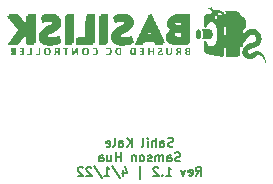
<source format=gbo>
%TF.GenerationSoftware,KiCad,Pcbnew,(6.0.0)*%
%TF.CreationDate,2022-04-01T00:42:52-07:00*%
%TF.ProjectId,motor-controller,6d6f746f-722d-4636-9f6e-74726f6c6c65,rev?*%
%TF.SameCoordinates,Original*%
%TF.FileFunction,Legend,Bot*%
%TF.FilePolarity,Positive*%
%FSLAX46Y46*%
G04 Gerber Fmt 4.6, Leading zero omitted, Abs format (unit mm)*
G04 Created by KiCad (PCBNEW (6.0.0)) date 2022-04-01 00:42:52*
%MOMM*%
%LPD*%
G01*
G04 APERTURE LIST*
%ADD10C,0.150000*%
%ADD11R,2.200000X2.200000*%
%ADD12R,1.700000X1.700000*%
%ADD13O,1.700000X1.700000*%
%ADD14C,2.100000*%
G04 APERTURE END LIST*
D10*
X160818285Y-150211608D02*
X160709428Y-150247894D01*
X160528000Y-150247894D01*
X160455428Y-150211608D01*
X160419142Y-150175322D01*
X160382857Y-150102751D01*
X160382857Y-150030180D01*
X160419142Y-149957608D01*
X160455428Y-149921322D01*
X160528000Y-149885037D01*
X160673142Y-149848751D01*
X160745714Y-149812465D01*
X160782000Y-149776180D01*
X160818285Y-149703608D01*
X160818285Y-149631037D01*
X160782000Y-149558465D01*
X160745714Y-149522180D01*
X160673142Y-149485894D01*
X160491714Y-149485894D01*
X160382857Y-149522180D01*
X159729714Y-150247894D02*
X159729714Y-149848751D01*
X159766000Y-149776180D01*
X159838571Y-149739894D01*
X159983714Y-149739894D01*
X160056285Y-149776180D01*
X159729714Y-150211608D02*
X159802285Y-150247894D01*
X159983714Y-150247894D01*
X160056285Y-150211608D01*
X160092571Y-150139037D01*
X160092571Y-150066465D01*
X160056285Y-149993894D01*
X159983714Y-149957608D01*
X159802285Y-149957608D01*
X159729714Y-149921322D01*
X159366857Y-150247894D02*
X159366857Y-149485894D01*
X159040285Y-150247894D02*
X159040285Y-149848751D01*
X159076571Y-149776180D01*
X159149142Y-149739894D01*
X159258000Y-149739894D01*
X159330571Y-149776180D01*
X159366857Y-149812465D01*
X158677428Y-150247894D02*
X158677428Y-149739894D01*
X158677428Y-149485894D02*
X158713714Y-149522180D01*
X158677428Y-149558465D01*
X158641142Y-149522180D01*
X158677428Y-149485894D01*
X158677428Y-149558465D01*
X158205714Y-150247894D02*
X158278285Y-150211608D01*
X158314571Y-150139037D01*
X158314571Y-149485894D01*
X157334857Y-150247894D02*
X157334857Y-149485894D01*
X156899428Y-150247894D02*
X157226000Y-149812465D01*
X156899428Y-149485894D02*
X157334857Y-149921322D01*
X156246285Y-150247894D02*
X156246285Y-149848751D01*
X156282571Y-149776180D01*
X156355142Y-149739894D01*
X156500285Y-149739894D01*
X156572857Y-149776180D01*
X156246285Y-150211608D02*
X156318857Y-150247894D01*
X156500285Y-150247894D01*
X156572857Y-150211608D01*
X156609142Y-150139037D01*
X156609142Y-150066465D01*
X156572857Y-149993894D01*
X156500285Y-149957608D01*
X156318857Y-149957608D01*
X156246285Y-149921322D01*
X155774571Y-150247894D02*
X155847142Y-150211608D01*
X155883428Y-150139037D01*
X155883428Y-149485894D01*
X155194000Y-150211608D02*
X155266571Y-150247894D01*
X155411714Y-150247894D01*
X155484285Y-150211608D01*
X155520571Y-150139037D01*
X155520571Y-149848751D01*
X155484285Y-149776180D01*
X155411714Y-149739894D01*
X155266571Y-149739894D01*
X155194000Y-149776180D01*
X155157714Y-149848751D01*
X155157714Y-149921322D01*
X155520571Y-149993894D01*
X161435142Y-151438428D02*
X161326285Y-151474714D01*
X161144857Y-151474714D01*
X161072285Y-151438428D01*
X161036000Y-151402142D01*
X160999714Y-151329571D01*
X160999714Y-151257000D01*
X161036000Y-151184428D01*
X161072285Y-151148142D01*
X161144857Y-151111857D01*
X161290000Y-151075571D01*
X161362571Y-151039285D01*
X161398857Y-151003000D01*
X161435142Y-150930428D01*
X161435142Y-150857857D01*
X161398857Y-150785285D01*
X161362571Y-150749000D01*
X161290000Y-150712714D01*
X161108571Y-150712714D01*
X160999714Y-150749000D01*
X160346571Y-151474714D02*
X160346571Y-151075571D01*
X160382857Y-151003000D01*
X160455428Y-150966714D01*
X160600571Y-150966714D01*
X160673142Y-151003000D01*
X160346571Y-151438428D02*
X160419142Y-151474714D01*
X160600571Y-151474714D01*
X160673142Y-151438428D01*
X160709428Y-151365857D01*
X160709428Y-151293285D01*
X160673142Y-151220714D01*
X160600571Y-151184428D01*
X160419142Y-151184428D01*
X160346571Y-151148142D01*
X159983714Y-151474714D02*
X159983714Y-150966714D01*
X159983714Y-151039285D02*
X159947428Y-151003000D01*
X159874857Y-150966714D01*
X159766000Y-150966714D01*
X159693428Y-151003000D01*
X159657142Y-151075571D01*
X159657142Y-151474714D01*
X159657142Y-151075571D02*
X159620857Y-151003000D01*
X159548285Y-150966714D01*
X159439428Y-150966714D01*
X159366857Y-151003000D01*
X159330571Y-151075571D01*
X159330571Y-151474714D01*
X159004000Y-151438428D02*
X158931428Y-151474714D01*
X158786285Y-151474714D01*
X158713714Y-151438428D01*
X158677428Y-151365857D01*
X158677428Y-151329571D01*
X158713714Y-151257000D01*
X158786285Y-151220714D01*
X158895142Y-151220714D01*
X158967714Y-151184428D01*
X159004000Y-151111857D01*
X159004000Y-151075571D01*
X158967714Y-151003000D01*
X158895142Y-150966714D01*
X158786285Y-150966714D01*
X158713714Y-151003000D01*
X158242000Y-151474714D02*
X158314571Y-151438428D01*
X158350857Y-151402142D01*
X158387142Y-151329571D01*
X158387142Y-151111857D01*
X158350857Y-151039285D01*
X158314571Y-151003000D01*
X158242000Y-150966714D01*
X158133142Y-150966714D01*
X158060571Y-151003000D01*
X158024285Y-151039285D01*
X157988000Y-151111857D01*
X157988000Y-151329571D01*
X158024285Y-151402142D01*
X158060571Y-151438428D01*
X158133142Y-151474714D01*
X158242000Y-151474714D01*
X157661428Y-150966714D02*
X157661428Y-151474714D01*
X157661428Y-151039285D02*
X157625142Y-151003000D01*
X157552571Y-150966714D01*
X157443714Y-150966714D01*
X157371142Y-151003000D01*
X157334857Y-151075571D01*
X157334857Y-151474714D01*
X156391428Y-151474714D02*
X156391428Y-150712714D01*
X156391428Y-151075571D02*
X155956000Y-151075571D01*
X155956000Y-151474714D02*
X155956000Y-150712714D01*
X155266571Y-150966714D02*
X155266571Y-151474714D01*
X155593142Y-150966714D02*
X155593142Y-151365857D01*
X155556857Y-151438428D01*
X155484285Y-151474714D01*
X155375428Y-151474714D01*
X155302857Y-151438428D01*
X155266571Y-151402142D01*
X154577142Y-151474714D02*
X154577142Y-151075571D01*
X154613428Y-151003000D01*
X154686000Y-150966714D01*
X154831142Y-150966714D01*
X154903714Y-151003000D01*
X154577142Y-151438428D02*
X154649714Y-151474714D01*
X154831142Y-151474714D01*
X154903714Y-151438428D01*
X154940000Y-151365857D01*
X154940000Y-151293285D01*
X154903714Y-151220714D01*
X154831142Y-151184428D01*
X154649714Y-151184428D01*
X154577142Y-151148142D01*
X162759571Y-152701534D02*
X163013571Y-152338677D01*
X163195000Y-152701534D02*
X163195000Y-151939534D01*
X162904714Y-151939534D01*
X162832142Y-151975820D01*
X162795857Y-152012105D01*
X162759571Y-152084677D01*
X162759571Y-152193534D01*
X162795857Y-152266105D01*
X162832142Y-152302391D01*
X162904714Y-152338677D01*
X163195000Y-152338677D01*
X162142714Y-152665248D02*
X162215285Y-152701534D01*
X162360428Y-152701534D01*
X162433000Y-152665248D01*
X162469285Y-152592677D01*
X162469285Y-152302391D01*
X162433000Y-152229820D01*
X162360428Y-152193534D01*
X162215285Y-152193534D01*
X162142714Y-152229820D01*
X162106428Y-152302391D01*
X162106428Y-152374962D01*
X162469285Y-152447534D01*
X161852428Y-152193534D02*
X161671000Y-152701534D01*
X161489571Y-152193534D01*
X160219571Y-152701534D02*
X160655000Y-152701534D01*
X160437285Y-152701534D02*
X160437285Y-151939534D01*
X160509857Y-152048391D01*
X160582428Y-152120962D01*
X160655000Y-152157248D01*
X159893000Y-152628962D02*
X159856714Y-152665248D01*
X159893000Y-152701534D01*
X159929285Y-152665248D01*
X159893000Y-152628962D01*
X159893000Y-152701534D01*
X159566428Y-152012105D02*
X159530142Y-151975820D01*
X159457571Y-151939534D01*
X159276142Y-151939534D01*
X159203571Y-151975820D01*
X159167285Y-152012105D01*
X159131000Y-152084677D01*
X159131000Y-152157248D01*
X159167285Y-152266105D01*
X159602714Y-152701534D01*
X159131000Y-152701534D01*
X158042428Y-152955534D02*
X158042428Y-151866962D01*
X156591000Y-152193534D02*
X156591000Y-152701534D01*
X156772428Y-151903248D02*
X156953857Y-152447534D01*
X156482142Y-152447534D01*
X155647571Y-151903248D02*
X156300714Y-152882962D01*
X154994428Y-152701534D02*
X155429857Y-152701534D01*
X155212142Y-152701534D02*
X155212142Y-151939534D01*
X155284714Y-152048391D01*
X155357285Y-152120962D01*
X155429857Y-152157248D01*
X154123571Y-151903248D02*
X154776714Y-152882962D01*
X153905857Y-152012105D02*
X153869571Y-151975820D01*
X153797000Y-151939534D01*
X153615571Y-151939534D01*
X153543000Y-151975820D01*
X153506714Y-152012105D01*
X153470428Y-152084677D01*
X153470428Y-152157248D01*
X153506714Y-152266105D01*
X153942142Y-152701534D01*
X153470428Y-152701534D01*
X153180142Y-152012105D02*
X153143857Y-151975820D01*
X153071285Y-151939534D01*
X152889857Y-151939534D01*
X152817285Y-151975820D01*
X152781000Y-152012105D01*
X152744714Y-152084677D01*
X152744714Y-152157248D01*
X152781000Y-152266105D01*
X153216428Y-152701534D01*
X152744714Y-152701534D01*
%TO.C,H5*%
G36*
X151968910Y-141970909D02*
G01*
X151806897Y-141970909D01*
X151806897Y-142483949D01*
X151662885Y-142483949D01*
X151662885Y-141970909D01*
X151500873Y-141970909D01*
X151500873Y-141853899D01*
X151968910Y-141853899D01*
X151968910Y-141970909D01*
G37*
G36*
X159721637Y-141850216D02*
G01*
X159787959Y-141857519D01*
X159842087Y-141876478D01*
X159883238Y-141906542D01*
X159910633Y-141947161D01*
X159923490Y-141997784D01*
X159925009Y-142027304D01*
X159919831Y-142073765D01*
X159903187Y-142114086D01*
X159873503Y-142150536D01*
X159829206Y-142185382D01*
X159768723Y-142220895D01*
X159724204Y-142245979D01*
X159688799Y-142270546D01*
X159667636Y-142292753D01*
X159659179Y-142314267D01*
X159661893Y-142336755D01*
X159668999Y-142350519D01*
X159693085Y-142369278D01*
X159729388Y-142378556D01*
X159775825Y-142378249D01*
X159830316Y-142368248D01*
X159890777Y-142348448D01*
X159934537Y-142331200D01*
X159934537Y-142393542D01*
X159934536Y-142394603D01*
X159933391Y-142426223D01*
X159930508Y-142449999D01*
X159926494Y-142460855D01*
X159919404Y-142463869D01*
X159898389Y-142470747D01*
X159870239Y-142478796D01*
X159827571Y-142487234D01*
X159768352Y-142491765D01*
X159710263Y-142489440D01*
X159661040Y-142480207D01*
X159647549Y-142475779D01*
X159595581Y-142449380D01*
X159558264Y-142412607D01*
X159535757Y-142365667D01*
X159528219Y-142308766D01*
X159530258Y-142277284D01*
X159540286Y-142240362D01*
X159560352Y-142207367D01*
X159592300Y-142176166D01*
X159637968Y-142144626D01*
X159699198Y-142110614D01*
X159728263Y-142095081D01*
X159760250Y-142075489D01*
X159780026Y-142058909D01*
X159790370Y-142043289D01*
X159794233Y-142031674D01*
X159794083Y-142003653D01*
X159779655Y-141982288D01*
X159753031Y-141968368D01*
X159716292Y-141962679D01*
X159671520Y-141966009D01*
X159620799Y-141979146D01*
X159572583Y-141995796D01*
X159550571Y-141946023D01*
X159541392Y-141922771D01*
X159535312Y-141900723D01*
X159535782Y-141889682D01*
X159552268Y-141879820D01*
X159584655Y-141868524D01*
X159625795Y-141859062D01*
X159670608Y-141852561D01*
X159714019Y-141850148D01*
X159721637Y-141850216D01*
G37*
G36*
X162145758Y-142483949D02*
G01*
X162076963Y-142483172D01*
X162021248Y-142480425D01*
X161977521Y-142475183D01*
X161942770Y-142466924D01*
X161913980Y-142455125D01*
X161888139Y-142439264D01*
X161885241Y-142437138D01*
X161852771Y-142401830D01*
X161832003Y-142355528D01*
X161824700Y-142302043D01*
X161825336Y-142284935D01*
X161963666Y-142284935D01*
X161967714Y-142317678D01*
X161985273Y-142345875D01*
X162014035Y-142364181D01*
X162021154Y-142366301D01*
X162048518Y-142371373D01*
X162080969Y-142374512D01*
X162112795Y-142375479D01*
X162138280Y-142374035D01*
X162151711Y-142369940D01*
X162152658Y-142368053D01*
X162155237Y-142352003D01*
X162157036Y-142324086D01*
X162157712Y-142288934D01*
X162157712Y-142213928D01*
X162092457Y-142214060D01*
X162047369Y-142216221D01*
X162011194Y-142224155D01*
X161986461Y-142239102D01*
X161970049Y-142262294D01*
X161963666Y-142284935D01*
X161825336Y-142284935D01*
X161825438Y-142282189D01*
X161835809Y-142234342D01*
X161859141Y-142197895D01*
X161896348Y-142171174D01*
X161910976Y-142163385D01*
X161924917Y-142154416D01*
X161925914Y-142150923D01*
X161921570Y-142149773D01*
X161905046Y-142140019D01*
X161884156Y-142123561D01*
X161875505Y-142115126D01*
X161851385Y-142077270D01*
X161843059Y-142044454D01*
X161978725Y-142044454D01*
X161990953Y-142073366D01*
X162018232Y-142093011D01*
X162034575Y-142098038D01*
X162067862Y-142103711D01*
X162103418Y-142105919D01*
X162157712Y-142105919D01*
X162157712Y-141970909D01*
X162095130Y-141970909D01*
X162059026Y-141972201D01*
X162018762Y-141979143D01*
X161993229Y-141992553D01*
X161981006Y-142012955D01*
X161978725Y-142044454D01*
X161843059Y-142044454D01*
X161840137Y-142032939D01*
X161841771Y-141986887D01*
X161856297Y-141943870D01*
X161883724Y-141908642D01*
X161892125Y-141901618D01*
X161914715Y-141886557D01*
X161940959Y-141875421D01*
X161973718Y-141867653D01*
X162015854Y-141862700D01*
X162070231Y-141860005D01*
X162139710Y-141859015D01*
X162288222Y-141858400D01*
X162290095Y-142105919D01*
X162290589Y-142171174D01*
X162290913Y-142213928D01*
X162292956Y-142483949D01*
X162145758Y-142483949D01*
G37*
G36*
X165271812Y-139413966D02*
G01*
X165267507Y-139440747D01*
X165267136Y-139457930D01*
X165270750Y-139470161D01*
X165278403Y-139482083D01*
X165291859Y-139497662D01*
X165301981Y-139504431D01*
X165302887Y-139502293D01*
X165304442Y-139485588D01*
X165305613Y-139454105D01*
X165306368Y-139409997D01*
X165306680Y-139355416D01*
X165306517Y-139292513D01*
X165305851Y-139223442D01*
X165304821Y-139148695D01*
X165303706Y-139084083D01*
X165302424Y-139033131D01*
X165300819Y-138993596D01*
X165298734Y-138963234D01*
X165296011Y-138939802D01*
X165292495Y-138921055D01*
X165288028Y-138904752D01*
X165282454Y-138888647D01*
X165272550Y-138863380D01*
X165259632Y-138834116D01*
X165249332Y-138814708D01*
X165240367Y-138799777D01*
X165235954Y-138789475D01*
X165244000Y-138788038D01*
X165268158Y-138786800D01*
X165306492Y-138785811D01*
X165357053Y-138785062D01*
X165417894Y-138784544D01*
X165487066Y-138784247D01*
X165562621Y-138784161D01*
X165642611Y-138784278D01*
X165725086Y-138784587D01*
X165808099Y-138785079D01*
X165889702Y-138785744D01*
X165967946Y-138786574D01*
X166040883Y-138787558D01*
X166106565Y-138788687D01*
X166163042Y-138789952D01*
X166208368Y-138791343D01*
X166240593Y-138792850D01*
X166257770Y-138794464D01*
X166297641Y-138804216D01*
X166364309Y-138833519D01*
X166419787Y-138876420D01*
X166463241Y-138931984D01*
X166493836Y-138999277D01*
X166510737Y-139077367D01*
X166513226Y-139094245D01*
X166519837Y-139118131D01*
X166527863Y-139126685D01*
X166545013Y-139130076D01*
X166575329Y-139141006D01*
X166613118Y-139157564D01*
X166654168Y-139177775D01*
X166694271Y-139199660D01*
X166729215Y-139221244D01*
X166808887Y-139283826D01*
X166883628Y-139363716D01*
X166945272Y-139454435D01*
X166992521Y-139554049D01*
X167024078Y-139660624D01*
X167030768Y-139700666D01*
X167036013Y-139780961D01*
X167032787Y-139865532D01*
X167021504Y-139947458D01*
X167002579Y-140019819D01*
X166981638Y-140074157D01*
X166941343Y-140153734D01*
X166889885Y-140228937D01*
X166824242Y-140304594D01*
X166748073Y-140384634D01*
X166748249Y-140545471D01*
X166748426Y-140706309D01*
X166781702Y-140665806D01*
X166808965Y-140633315D01*
X166899930Y-140535263D01*
X166990688Y-140453874D01*
X167082529Y-140388190D01*
X167176741Y-140337255D01*
X167274615Y-140300112D01*
X167281479Y-140298030D01*
X167312615Y-140289191D01*
X167340464Y-140282967D01*
X167369283Y-140278887D01*
X167403329Y-140276484D01*
X167446860Y-140275288D01*
X167504133Y-140274830D01*
X167557804Y-140274863D01*
X167603109Y-140275733D01*
X167638318Y-140277852D01*
X167667559Y-140281609D01*
X167694960Y-140287392D01*
X167724650Y-140295590D01*
X167796797Y-140320286D01*
X167903339Y-140371228D01*
X168000535Y-140437145D01*
X168089959Y-140519001D01*
X168162962Y-140606108D01*
X168226220Y-140706644D01*
X168232213Y-140720069D01*
X168273598Y-140812776D01*
X168305003Y-140922940D01*
X168320343Y-141035573D01*
X168319524Y-141149110D01*
X168302456Y-141261989D01*
X168269045Y-141372645D01*
X168219198Y-141479514D01*
X168152823Y-141581033D01*
X168127636Y-141612599D01*
X168050177Y-141692250D01*
X167962143Y-141758554D01*
X167861233Y-141813344D01*
X167859528Y-141814126D01*
X167825748Y-141829212D01*
X167794181Y-141842197D01*
X167761547Y-141854147D01*
X167724562Y-141866129D01*
X167679944Y-141879208D01*
X167624410Y-141894452D01*
X167554677Y-141912926D01*
X167518935Y-141922642D01*
X167463008Y-141939063D01*
X167410806Y-141955741D01*
X167366922Y-141971187D01*
X167335947Y-141983910D01*
X167332882Y-141985375D01*
X167282151Y-142014150D01*
X167235856Y-142048331D01*
X167198261Y-142084376D01*
X167173630Y-142118743D01*
X167163245Y-142148836D01*
X167160072Y-142195484D01*
X167168101Y-142244116D01*
X167186199Y-142288861D01*
X167213232Y-142323843D01*
X167223393Y-142332105D01*
X167266964Y-142354369D01*
X167318063Y-142365039D01*
X167371302Y-142363465D01*
X167421293Y-142348994D01*
X167440356Y-142339386D01*
X167472825Y-142321397D01*
X167511575Y-142298796D01*
X167551803Y-142274332D01*
X167581501Y-142256129D01*
X167653956Y-142214796D01*
X167718325Y-142183787D01*
X167778469Y-142161850D01*
X167838250Y-142147731D01*
X167901529Y-142140177D01*
X167972170Y-142137936D01*
X168036565Y-142140431D01*
X168129657Y-142155052D01*
X168213475Y-142183515D01*
X168290323Y-142226691D01*
X168362506Y-142285451D01*
X168369028Y-142291709D01*
X168442437Y-142375336D01*
X168506130Y-142473934D01*
X168559989Y-142587257D01*
X168603898Y-142715061D01*
X168637738Y-142857100D01*
X168642805Y-142884858D01*
X168650982Y-142936008D01*
X168657526Y-142984799D01*
X168661357Y-143023613D01*
X168661435Y-143024760D01*
X168664244Y-143062746D01*
X168667209Y-143097584D01*
X168669700Y-143121864D01*
X168671057Y-143135659D01*
X168670091Y-143146232D01*
X168664844Y-143139957D01*
X168655202Y-143116651D01*
X168641051Y-143076131D01*
X168611357Y-142997300D01*
X168569386Y-142906237D01*
X168521157Y-142818239D01*
X168468882Y-142736995D01*
X168414773Y-142666191D01*
X168361043Y-142609514D01*
X168321622Y-142576199D01*
X168249324Y-142529495D01*
X168176177Y-142500710D01*
X168102047Y-142489799D01*
X168026797Y-142496716D01*
X168014752Y-142499345D01*
X167979988Y-142508767D01*
X167946868Y-142521385D01*
X167912313Y-142538883D01*
X167873243Y-142562944D01*
X167826578Y-142595253D01*
X167769238Y-142637491D01*
X167736529Y-142661787D01*
X167665699Y-142712199D01*
X167604247Y-142751946D01*
X167549560Y-142782236D01*
X167499023Y-142804275D01*
X167450024Y-142819273D01*
X167399949Y-142828435D01*
X167346183Y-142832971D01*
X167312329Y-142834109D01*
X167266963Y-142833186D01*
X167226173Y-142828215D01*
X167181803Y-142818478D01*
X167153629Y-142810772D01*
X167051516Y-142771910D01*
X166960186Y-142718870D01*
X166880234Y-142652129D01*
X166812258Y-142572163D01*
X166756855Y-142479449D01*
X166753655Y-142472896D01*
X166714070Y-142371408D01*
X166692375Y-142268533D01*
X166688592Y-142164826D01*
X166702745Y-142060838D01*
X166734857Y-141957124D01*
X166776196Y-141872055D01*
X166837750Y-141783231D01*
X166914197Y-141702884D01*
X167004628Y-141631825D01*
X167108134Y-141570865D01*
X167223807Y-141520815D01*
X167243900Y-141513875D01*
X167286306Y-141500405D01*
X167338299Y-141484847D01*
X167395105Y-141468617D01*
X167451952Y-141453130D01*
X167490915Y-141442488D01*
X167545283Y-141426643D01*
X167594933Y-141411087D01*
X167635614Y-141397168D01*
X167663073Y-141386233D01*
X167683505Y-141375882D01*
X167743494Y-141332840D01*
X167791463Y-141277253D01*
X167826253Y-141210706D01*
X167846704Y-141134786D01*
X167847084Y-141132372D01*
X167850139Y-141057835D01*
X167837158Y-140987190D01*
X167809927Y-140922171D01*
X167770233Y-140864510D01*
X167719859Y-140815939D01*
X167660593Y-140778192D01*
X167594220Y-140753001D01*
X167522526Y-140742099D01*
X167447296Y-140747219D01*
X167439110Y-140748747D01*
X167401736Y-140757577D01*
X167366433Y-140769741D01*
X167332143Y-140786321D01*
X167297807Y-140808402D01*
X167262369Y-140837067D01*
X167224770Y-140873397D01*
X167183951Y-140918477D01*
X167138854Y-140973389D01*
X167088422Y-141039217D01*
X167031596Y-141117044D01*
X166967318Y-141207952D01*
X166894530Y-141313025D01*
X166748465Y-141525373D01*
X166748269Y-141617920D01*
X166747031Y-141668112D01*
X166742219Y-141711905D01*
X166732700Y-141744870D01*
X166717342Y-141770733D01*
X166695013Y-141793219D01*
X166673556Y-141808406D01*
X166621383Y-141828947D01*
X166557478Y-141835848D01*
X166515395Y-141835898D01*
X166512475Y-142121670D01*
X166509554Y-142407443D01*
X166484315Y-142461447D01*
X166447941Y-142522677D01*
X166401336Y-142570356D01*
X166343463Y-142604692D01*
X166272843Y-142626841D01*
X166270872Y-142627194D01*
X166250835Y-142628987D01*
X166216167Y-142630622D01*
X166168787Y-142632093D01*
X166110615Y-142633393D01*
X166043570Y-142634517D01*
X165969572Y-142635458D01*
X165890540Y-142636210D01*
X165808393Y-142636767D01*
X165725051Y-142637122D01*
X165642434Y-142637269D01*
X165562461Y-142637201D01*
X165487051Y-142636914D01*
X165418123Y-142636400D01*
X165357598Y-142635653D01*
X165307395Y-142634666D01*
X165269432Y-142633435D01*
X165245630Y-142631952D01*
X165237909Y-142630210D01*
X165246433Y-142613339D01*
X165263185Y-142577906D01*
X165276591Y-142544493D01*
X165287020Y-142510596D01*
X165294843Y-142473715D01*
X165300428Y-142431347D01*
X165304145Y-142380989D01*
X165306363Y-142320141D01*
X165307452Y-142246299D01*
X165307782Y-142156963D01*
X165307960Y-141915483D01*
X165263924Y-141864440D01*
X165240001Y-141835101D01*
X165209176Y-141794009D01*
X165182917Y-141755746D01*
X165145947Y-141698096D01*
X165145947Y-142067090D01*
X165145946Y-142080705D01*
X165145826Y-142176996D01*
X165145385Y-142257274D01*
X165144450Y-142323301D01*
X165142846Y-142376837D01*
X165140399Y-142419645D01*
X165136936Y-142453486D01*
X165132282Y-142480122D01*
X165126264Y-142501313D01*
X165118708Y-142518822D01*
X165109439Y-142534411D01*
X165098284Y-142549840D01*
X165076458Y-142572022D01*
X165038290Y-142598479D01*
X164994639Y-142619702D01*
X164952432Y-142631797D01*
X164947637Y-142632176D01*
X164931835Y-142631445D01*
X164907063Y-142628563D01*
X164872360Y-142623356D01*
X164826767Y-142615648D01*
X164769324Y-142605262D01*
X164699070Y-142592024D01*
X164615046Y-142575757D01*
X164516292Y-142556286D01*
X164401847Y-142533435D01*
X164270751Y-142507028D01*
X164175908Y-142487773D01*
X164074272Y-142466940D01*
X163978662Y-142447137D01*
X163890531Y-142428674D01*
X163811332Y-142411863D01*
X163742519Y-142397015D01*
X163685545Y-142384441D01*
X163641865Y-142374453D01*
X163612931Y-142367360D01*
X163600198Y-142363476D01*
X163577410Y-142348143D01*
X163544770Y-142317743D01*
X163514258Y-142281235D01*
X163491266Y-142244508D01*
X163491104Y-142244184D01*
X163482567Y-142225412D01*
X163475408Y-142205138D01*
X163469522Y-142181712D01*
X163464805Y-142153484D01*
X163461153Y-142118806D01*
X163458461Y-142076027D01*
X163456624Y-142023498D01*
X163455540Y-141959569D01*
X163455103Y-141882590D01*
X163455210Y-141790912D01*
X163455755Y-141682886D01*
X163458314Y-141273354D01*
X163540248Y-141270783D01*
X163622182Y-141268213D01*
X163642675Y-141324787D01*
X163674569Y-141403038D01*
X163719055Y-141489595D01*
X163768959Y-141566455D01*
X163822739Y-141631545D01*
X163878850Y-141682794D01*
X163935748Y-141718130D01*
X163969293Y-141731921D01*
X164038658Y-141747578D01*
X164106644Y-141745314D01*
X164173142Y-141725153D01*
X164238043Y-141687122D01*
X164301240Y-141631246D01*
X164326745Y-141603095D01*
X164388022Y-141519541D01*
X164441401Y-141421446D01*
X164487098Y-141308301D01*
X164525331Y-141179600D01*
X164556318Y-141034835D01*
X164558732Y-141020053D01*
X164565170Y-140965638D01*
X164570406Y-140898944D01*
X164574330Y-140824234D01*
X164576836Y-140745768D01*
X164577812Y-140667808D01*
X164577152Y-140594614D01*
X164574746Y-140530447D01*
X164570485Y-140479570D01*
X164569943Y-140476178D01*
X165145947Y-140476178D01*
X165145951Y-140503719D01*
X165146019Y-140591218D01*
X165146164Y-140672511D01*
X165146378Y-140745912D01*
X165146653Y-140809737D01*
X165146981Y-140862300D01*
X165147353Y-140901917D01*
X165147761Y-140926903D01*
X165148197Y-140935572D01*
X165153510Y-140928531D01*
X165165473Y-140910031D01*
X165181454Y-140884121D01*
X165181835Y-140883494D01*
X165204021Y-140850047D01*
X165232186Y-140811652D01*
X165260330Y-140776497D01*
X165308200Y-140720069D01*
X165305830Y-140416375D01*
X165303459Y-140112680D01*
X165253183Y-140085469D01*
X165230044Y-140072464D01*
X165198328Y-140053318D01*
X165174426Y-140037393D01*
X165145947Y-140016529D01*
X165145947Y-140476178D01*
X164569943Y-140476178D01*
X164547764Y-140337442D01*
X164514146Y-140199266D01*
X164470875Y-140072390D01*
X164418501Y-139958422D01*
X164357579Y-139858973D01*
X164315427Y-139806179D01*
X164249211Y-139745097D01*
X164175535Y-139700350D01*
X164170477Y-139697972D01*
X164140131Y-139684946D01*
X164114987Y-139678139D01*
X164087350Y-139676163D01*
X164049525Y-139677632D01*
X164000802Y-139683525D01*
X163946768Y-139699838D01*
X163895525Y-139728190D01*
X163842095Y-139770820D01*
X163825642Y-139786496D01*
X163774150Y-139846821D01*
X163725155Y-139920836D01*
X163680662Y-140005265D01*
X163642675Y-140096831D01*
X163622182Y-140153406D01*
X163540248Y-140150835D01*
X163458314Y-140148265D01*
X163458392Y-139702730D01*
X163458393Y-139696705D01*
X163458428Y-139596623D01*
X163458540Y-139512806D01*
X163458795Y-139443607D01*
X163459263Y-139387379D01*
X163460009Y-139342476D01*
X163461102Y-139307253D01*
X163461259Y-139304412D01*
X164355260Y-139304412D01*
X164361389Y-139331739D01*
X164375601Y-139364403D01*
X164379347Y-139371748D01*
X164403544Y-139408323D01*
X164429637Y-139432243D01*
X164459737Y-139446361D01*
X164493978Y-139448710D01*
X164532116Y-139435654D01*
X164560613Y-139413700D01*
X164579927Y-139379976D01*
X164587717Y-139338790D01*
X164584243Y-139293219D01*
X164569767Y-139246337D01*
X164544548Y-139201221D01*
X164508847Y-139160946D01*
X164506385Y-139158752D01*
X164480323Y-139137767D01*
X164452909Y-139118768D01*
X164429153Y-139104994D01*
X164414065Y-139099682D01*
X164411684Y-139100870D01*
X164402900Y-139114246D01*
X164391827Y-139138956D01*
X164380044Y-139170561D01*
X164369130Y-139204619D01*
X164360663Y-139236690D01*
X164356223Y-139262335D01*
X164355374Y-139272738D01*
X164355260Y-139304412D01*
X163461259Y-139304412D01*
X163462609Y-139280062D01*
X163464597Y-139259258D01*
X163467134Y-139243193D01*
X163470288Y-139230223D01*
X163474126Y-139218699D01*
X163478715Y-139206977D01*
X163485257Y-139192033D01*
X163514875Y-139141422D01*
X163551720Y-139097208D01*
X163591230Y-139065144D01*
X163592126Y-139064619D01*
X163613164Y-139056372D01*
X163650912Y-139045659D01*
X163704363Y-139032727D01*
X163772510Y-139017820D01*
X163854345Y-139001182D01*
X163913040Y-138989467D01*
X163972073Y-138977382D01*
X164023719Y-138966494D01*
X164065407Y-138957357D01*
X164094563Y-138950523D01*
X164108615Y-138946545D01*
X164121242Y-138937448D01*
X164126411Y-138925756D01*
X164587903Y-138925756D01*
X164588603Y-138928128D01*
X164595020Y-138942588D01*
X164605966Y-138964791D01*
X164609784Y-138971902D01*
X164641754Y-139016249D01*
X164682747Y-139055160D01*
X164726504Y-139082523D01*
X164732041Y-139084867D01*
X164770600Y-139095052D01*
X164813843Y-139098768D01*
X164854673Y-139095856D01*
X164885993Y-139086154D01*
X164896390Y-139078584D01*
X164916805Y-139054117D01*
X164932595Y-139024073D01*
X164938931Y-138996617D01*
X164938833Y-138993901D01*
X164930456Y-138966087D01*
X164911214Y-138935227D01*
X164884841Y-138907476D01*
X164872023Y-138897769D01*
X164823919Y-138875601D01*
X164767969Y-138868368D01*
X164705955Y-138876133D01*
X164639657Y-138898957D01*
X164615059Y-138910408D01*
X164595429Y-138920508D01*
X164587903Y-138925756D01*
X164126411Y-138925756D01*
X164128867Y-138920199D01*
X164130761Y-138907448D01*
X164137774Y-138881371D01*
X164148182Y-138850717D01*
X164167498Y-138799092D01*
X164112365Y-138747270D01*
X164092988Y-138729695D01*
X164027134Y-138677086D01*
X163946537Y-138621933D01*
X163849845Y-138563289D01*
X163773339Y-138519137D01*
X164002323Y-138514103D01*
X164004840Y-138399935D01*
X164007357Y-138285768D01*
X164037947Y-138343216D01*
X164060056Y-138382598D01*
X164095224Y-138439686D01*
X164133922Y-138497638D01*
X164173202Y-138552239D01*
X164210116Y-138599275D01*
X164241718Y-138634531D01*
X164292418Y-138685231D01*
X164326565Y-138667811D01*
X164375840Y-138649089D01*
X164445569Y-138637404D01*
X164524862Y-138637157D01*
X164611687Y-138647963D01*
X164704010Y-138669439D01*
X164799798Y-138701198D01*
X164897019Y-138742857D01*
X164993639Y-138794031D01*
X165016157Y-138807766D01*
X165097630Y-138869193D01*
X165165642Y-138940316D01*
X165203864Y-138996617D01*
X165219438Y-139019558D01*
X165258260Y-139105339D01*
X165281352Y-139196079D01*
X165287958Y-139290199D01*
X165282569Y-139338790D01*
X165277320Y-139386121D01*
X165271812Y-139413966D01*
G37*
G36*
X160684656Y-141855772D02*
G01*
X160749101Y-141858400D01*
X160749101Y-142087918D01*
X160749054Y-142133920D01*
X160748620Y-142199845D01*
X160747453Y-142251682D01*
X160745219Y-142291900D01*
X160741587Y-142322970D01*
X160736226Y-142347361D01*
X160728801Y-142367543D01*
X160718983Y-142385985D01*
X160706438Y-142405158D01*
X160685029Y-142427421D01*
X160652252Y-142451098D01*
X160614948Y-142471591D01*
X160579600Y-142484829D01*
X160576916Y-142485441D01*
X160551873Y-142488442D01*
X160516695Y-142489977D01*
X160478105Y-142489722D01*
X160431129Y-142485275D01*
X160369414Y-142469182D01*
X160318171Y-142442747D01*
X160280231Y-142407150D01*
X160278444Y-142404788D01*
X160264607Y-142384375D01*
X160253746Y-142362735D01*
X160245514Y-142337471D01*
X160239560Y-142306190D01*
X160235537Y-142266497D01*
X160233095Y-142215995D01*
X160231886Y-142152290D01*
X160231560Y-142072986D01*
X160231560Y-141853899D01*
X160365430Y-141853899D01*
X160368326Y-142076667D01*
X160369011Y-142124306D01*
X160370423Y-142190312D01*
X160372523Y-142241728D01*
X160375710Y-142280684D01*
X160380381Y-142309310D01*
X160386936Y-142329736D01*
X160395772Y-142344092D01*
X160407287Y-142354509D01*
X160421880Y-142363114D01*
X160421945Y-142363148D01*
X160451799Y-142372104D01*
X160490407Y-142375513D01*
X160529382Y-142373249D01*
X160560338Y-142365187D01*
X160569441Y-142360703D01*
X160582887Y-142351565D01*
X160593370Y-142339062D01*
X160601301Y-142321104D01*
X160607090Y-142295598D01*
X160611148Y-142260454D01*
X160613885Y-142213582D01*
X160615711Y-142152891D01*
X160617037Y-142076289D01*
X160620211Y-141853143D01*
X160684656Y-141855772D01*
G37*
G36*
X157693594Y-142483949D02*
G01*
X157573468Y-142483949D01*
X157555330Y-142483885D01*
X157484378Y-142481887D01*
X157427139Y-142476644D01*
X157380254Y-142467549D01*
X157340362Y-142453998D01*
X157304106Y-142435384D01*
X157255020Y-142398884D01*
X157215394Y-142351188D01*
X157188930Y-142293512D01*
X157175037Y-142224536D01*
X157174097Y-142184461D01*
X157309226Y-142184461D01*
X157316526Y-142238459D01*
X157333285Y-142285841D01*
X157352990Y-142315681D01*
X157391202Y-142347161D01*
X157442240Y-142366371D01*
X157442467Y-142366423D01*
X157477633Y-142372618D01*
X157511220Y-142375384D01*
X157537902Y-142374549D01*
X157552349Y-142369940D01*
X157553089Y-142367701D01*
X157554771Y-142350703D01*
X157556217Y-142319491D01*
X157557349Y-142276751D01*
X157558086Y-142225167D01*
X157558350Y-142167424D01*
X157558350Y-141970909D01*
X157495056Y-141970909D01*
X157461952Y-141972030D01*
X157415020Y-141979960D01*
X157378764Y-141996684D01*
X157349320Y-142023599D01*
X157340891Y-142035080D01*
X157321729Y-142077542D01*
X157311067Y-142129079D01*
X157309226Y-142184461D01*
X157174097Y-142184461D01*
X157173124Y-142142939D01*
X157179451Y-142079603D01*
X157194710Y-142022824D01*
X157219952Y-141976180D01*
X157256498Y-141936401D01*
X157279952Y-141917512D01*
X157322798Y-141891534D01*
X157371402Y-141873091D01*
X157428674Y-141861458D01*
X157497520Y-141855913D01*
X157580851Y-141855733D01*
X157688860Y-141858400D01*
X157691199Y-142167424D01*
X157691227Y-142171174D01*
X157693594Y-142483949D01*
G37*
G36*
X156442495Y-142483949D02*
G01*
X156322370Y-142483949D01*
X156304232Y-142483885D01*
X156233280Y-142481887D01*
X156176041Y-142476644D01*
X156129155Y-142467549D01*
X156089264Y-142453998D01*
X156053007Y-142435384D01*
X156003921Y-142398884D01*
X155964295Y-142351188D01*
X155937831Y-142293512D01*
X155923939Y-142224536D01*
X155922999Y-142184461D01*
X156058128Y-142184461D01*
X156065427Y-142238459D01*
X156082187Y-142285841D01*
X156101892Y-142315681D01*
X156140104Y-142347161D01*
X156191142Y-142366371D01*
X156191369Y-142366423D01*
X156226534Y-142372618D01*
X156260122Y-142375384D01*
X156286804Y-142374549D01*
X156301251Y-142369940D01*
X156301991Y-142367701D01*
X156303672Y-142350703D01*
X156305119Y-142319491D01*
X156306250Y-142276751D01*
X156306988Y-142225167D01*
X156307251Y-142167424D01*
X156307251Y-141970909D01*
X156243957Y-141970909D01*
X156210853Y-141972030D01*
X156163921Y-141979960D01*
X156127666Y-141996684D01*
X156098221Y-142023599D01*
X156089792Y-142035080D01*
X156070630Y-142077542D01*
X156059969Y-142129079D01*
X156058128Y-142184461D01*
X155922999Y-142184461D01*
X155922025Y-142142939D01*
X155928352Y-142079603D01*
X155943611Y-142022824D01*
X155968854Y-141976180D01*
X156005400Y-141936401D01*
X156028853Y-141917512D01*
X156071699Y-141891534D01*
X156120304Y-141873091D01*
X156177575Y-141861458D01*
X156246422Y-141855913D01*
X156329753Y-141855733D01*
X156437761Y-141858400D01*
X156440100Y-142167424D01*
X156440128Y-142171174D01*
X156442495Y-142483949D01*
G37*
G36*
X161374650Y-142483949D02*
G01*
X161374650Y-142239843D01*
X161341775Y-142242637D01*
X161334996Y-142243331D01*
X161323184Y-142246094D01*
X161312210Y-142252602D01*
X161300019Y-142265173D01*
X161284559Y-142286125D01*
X161263775Y-142317774D01*
X161235613Y-142362439D01*
X161162327Y-142479449D01*
X161087598Y-142482077D01*
X161074537Y-142482427D01*
X161043621Y-142482227D01*
X161022793Y-142480528D01*
X161015996Y-142477577D01*
X161019135Y-142472327D01*
X161031010Y-142453954D01*
X161050007Y-142425167D01*
X161074379Y-142388610D01*
X161102379Y-142346926D01*
X161122264Y-142317191D01*
X161147468Y-142278740D01*
X161167552Y-142247181D01*
X161180834Y-142225170D01*
X161185635Y-142215361D01*
X161183975Y-142211817D01*
X161171468Y-142199528D01*
X161150723Y-142184215D01*
X161143504Y-142179125D01*
X161109001Y-142142994D01*
X161087219Y-142098378D01*
X161080788Y-142062406D01*
X161215536Y-142062406D01*
X161229370Y-142093935D01*
X161257840Y-142117156D01*
X161265877Y-142120657D01*
X161298137Y-142129400D01*
X161331897Y-142132907D01*
X161374650Y-142132921D01*
X161374650Y-141970909D01*
X161325570Y-141970909D01*
X161305194Y-141971461D01*
X161264885Y-141978046D01*
X161237682Y-141992973D01*
X161221030Y-142017379D01*
X161217797Y-142026523D01*
X161215536Y-142062406D01*
X161080788Y-142062406D01*
X161078420Y-142049159D01*
X161082863Y-141999215D01*
X161100809Y-141952427D01*
X161132517Y-141912674D01*
X161140549Y-141905670D01*
X161162588Y-141889670D01*
X161187139Y-141877753D01*
X161217299Y-141869190D01*
X161256165Y-141863257D01*
X161306833Y-141859225D01*
X161372400Y-141856367D01*
X161509661Y-141851710D01*
X161509661Y-142483949D01*
X161374650Y-142483949D01*
G37*
G36*
X159223481Y-142483949D02*
G01*
X159088470Y-142483949D01*
X159088470Y-142213928D01*
X158845451Y-142213928D01*
X158845451Y-142483949D01*
X158710440Y-142483949D01*
X158710440Y-141853899D01*
X158845451Y-141853899D01*
X158845451Y-142105919D01*
X159087962Y-142105919D01*
X159090466Y-141982159D01*
X159092970Y-141858400D01*
X159158226Y-141855755D01*
X159223481Y-141853111D01*
X159223481Y-142483949D01*
G37*
G36*
X152187360Y-139036693D02*
G01*
X152253325Y-139036821D01*
X152304904Y-139037185D01*
X152343999Y-139037907D01*
X152372511Y-139039112D01*
X152392345Y-139040922D01*
X152405401Y-139043461D01*
X152413583Y-139046852D01*
X152418794Y-139051217D01*
X152422935Y-139056682D01*
X152424182Y-139058941D01*
X152426085Y-139064949D01*
X152427793Y-139074557D01*
X152429314Y-139088666D01*
X152430660Y-139108176D01*
X152431841Y-139133986D01*
X152432867Y-139166997D01*
X152433749Y-139208108D01*
X152434498Y-139258221D01*
X152435123Y-139318234D01*
X152435636Y-139389048D01*
X152436046Y-139471563D01*
X152436365Y-139566679D01*
X152436602Y-139675296D01*
X152436768Y-139798314D01*
X152436874Y-139936634D01*
X152436930Y-140091154D01*
X152436946Y-140262777D01*
X152436945Y-140380242D01*
X152436932Y-140538676D01*
X152436892Y-140680652D01*
X152436813Y-140807089D01*
X152436681Y-140918907D01*
X152436481Y-141017024D01*
X152436201Y-141102361D01*
X152435826Y-141175835D01*
X152435343Y-141238366D01*
X152434737Y-141290874D01*
X152433996Y-141334277D01*
X152433105Y-141369495D01*
X152432051Y-141397447D01*
X152430820Y-141419051D01*
X152429398Y-141435228D01*
X152427771Y-141446897D01*
X152425927Y-141454976D01*
X152423850Y-141460385D01*
X152421527Y-141464043D01*
X152418945Y-141466869D01*
X152404864Y-141477070D01*
X152382603Y-141483158D01*
X152348189Y-141484870D01*
X152295435Y-141484870D01*
X152290508Y-141539211D01*
X152287310Y-141563931D01*
X152281321Y-141591010D01*
X152274655Y-141606716D01*
X152268088Y-141609613D01*
X152245059Y-141613294D01*
X152208448Y-141616297D01*
X152160876Y-141618625D01*
X152104965Y-141620284D01*
X152043336Y-141621276D01*
X151978610Y-141621606D01*
X151913410Y-141621279D01*
X151850355Y-141620298D01*
X151792069Y-141618668D01*
X151741171Y-141616392D01*
X151700284Y-141613476D01*
X151672029Y-141609923D01*
X151659028Y-141605737D01*
X151657402Y-141603329D01*
X151655525Y-141597740D01*
X151653842Y-141588481D01*
X151652344Y-141574657D01*
X151651020Y-141555371D01*
X151649860Y-141529729D01*
X151648854Y-141496835D01*
X151647990Y-141455792D01*
X151647258Y-141405706D01*
X151646647Y-141345680D01*
X151646148Y-141274818D01*
X151645750Y-141192225D01*
X151645441Y-141097006D01*
X151645213Y-140988263D01*
X151645053Y-140865103D01*
X151644952Y-140726628D01*
X151644899Y-140571943D01*
X151644884Y-140400152D01*
X151644884Y-139208712D01*
X151664888Y-139194700D01*
X151669826Y-139191812D01*
X151696577Y-139183738D01*
X151731345Y-139180689D01*
X151777798Y-139180689D01*
X151781592Y-139121096D01*
X151781685Y-139119655D01*
X151785507Y-139083870D01*
X151791999Y-139061735D01*
X151802362Y-139049090D01*
X151806771Y-139046783D01*
X151818886Y-139043694D01*
X151838752Y-139041267D01*
X151868077Y-139039433D01*
X151908569Y-139038126D01*
X151961937Y-139037276D01*
X152029888Y-139036816D01*
X152114131Y-139036677D01*
X152187360Y-139036693D01*
G37*
G36*
X148881666Y-142483949D02*
G01*
X148494636Y-142483949D01*
X148494636Y-142375940D01*
X148746380Y-142375940D01*
X148751156Y-141858400D01*
X148816411Y-141855755D01*
X148881666Y-141853111D01*
X148881666Y-142483949D01*
G37*
G36*
X153718227Y-142252393D02*
G01*
X153715353Y-142277042D01*
X153709911Y-142297584D01*
X153701082Y-142318569D01*
X153688045Y-142344550D01*
X153676644Y-142365336D01*
X153640577Y-142414622D01*
X153596978Y-142450546D01*
X153542189Y-142476413D01*
X153518741Y-142483295D01*
X153459196Y-142491685D01*
X153395053Y-142490829D01*
X153333192Y-142481085D01*
X153280491Y-142462809D01*
X153227791Y-142429217D01*
X153184599Y-142382556D01*
X153154085Y-142323951D01*
X153135977Y-142252869D01*
X153130001Y-142168778D01*
X153130761Y-142158023D01*
X153270907Y-142158023D01*
X153271309Y-142187358D01*
X153279320Y-142253427D01*
X153297135Y-142305936D01*
X153324457Y-142344191D01*
X153360987Y-142367498D01*
X153370974Y-142370280D01*
X153398806Y-142374343D01*
X153430780Y-142375940D01*
X153446185Y-142375349D01*
X153493029Y-142363925D01*
X153530673Y-142337356D01*
X153560369Y-142294861D01*
X153568623Y-142277525D01*
X153575033Y-142258042D01*
X153578349Y-142235192D01*
X153579218Y-142204107D01*
X153578287Y-142159923D01*
X153575216Y-142107833D01*
X153568011Y-142063688D01*
X153555434Y-142030451D01*
X153536060Y-142004495D01*
X153508463Y-141982190D01*
X153473455Y-141966855D01*
X153428662Y-141960970D01*
X153383481Y-141966076D01*
X153345099Y-141982172D01*
X153326106Y-141997448D01*
X153296330Y-142038354D01*
X153277780Y-142092237D01*
X153270907Y-142158023D01*
X153130761Y-142158023D01*
X153135821Y-142086424D01*
X153154102Y-142013894D01*
X153184838Y-141954336D01*
X153228014Y-141907770D01*
X153283618Y-141874214D01*
X153351636Y-141853688D01*
X153401934Y-141847147D01*
X153480515Y-141849840D01*
X153553146Y-141869104D01*
X153618892Y-141904761D01*
X153639844Y-141921825D01*
X153665290Y-141952183D01*
X153689292Y-141994578D01*
X153701373Y-142019771D01*
X153710036Y-142041352D01*
X153715390Y-142062528D01*
X153718230Y-142087901D01*
X153719351Y-142122072D01*
X153719547Y-142169642D01*
X153719547Y-142172571D01*
X153719414Y-142204107D01*
X153719351Y-142219086D01*
X153718227Y-142252393D01*
G37*
G36*
X147444281Y-139036425D02*
G01*
X147511892Y-139037135D01*
X147573542Y-139038225D01*
X147626912Y-139039697D01*
X147669682Y-139041554D01*
X147699532Y-139043799D01*
X147714144Y-139046436D01*
X147719490Y-139050708D01*
X147736524Y-139067634D01*
X147763409Y-139096083D01*
X147799007Y-139134794D01*
X147842180Y-139182506D01*
X147891789Y-139237958D01*
X147946695Y-139299889D01*
X148005760Y-139367039D01*
X148067846Y-139438145D01*
X148400129Y-139820095D01*
X148409129Y-139215079D01*
X148430378Y-139197884D01*
X148435075Y-139194434D01*
X148461486Y-139183932D01*
X148500133Y-139180689D01*
X148548640Y-139180689D01*
X148548640Y-139128687D01*
X148548806Y-139118813D01*
X148553142Y-139081436D01*
X148562652Y-139056682D01*
X148566751Y-139051265D01*
X148571904Y-139046925D01*
X148579995Y-139043545D01*
X148592905Y-139041004D01*
X148612518Y-139039183D01*
X148640717Y-139037961D01*
X148679385Y-139037220D01*
X148730405Y-139036839D01*
X148795660Y-139036698D01*
X148877034Y-139036677D01*
X148925611Y-139036704D01*
X148999088Y-139036914D01*
X149057416Y-139037405D01*
X149102422Y-139038257D01*
X149135932Y-139039553D01*
X149159773Y-139041375D01*
X149175772Y-139043806D01*
X149185755Y-139046928D01*
X149191548Y-139050821D01*
X149193239Y-139053367D01*
X149195106Y-139059062D01*
X149196780Y-139068454D01*
X149198270Y-139082437D01*
X149199587Y-139101905D01*
X149200741Y-139127752D01*
X149201742Y-139160872D01*
X149202602Y-139202159D01*
X149203330Y-139252508D01*
X149203937Y-139312811D01*
X149204434Y-139383963D01*
X149204830Y-139466859D01*
X149205137Y-139562392D01*
X149205365Y-139671456D01*
X149205524Y-139794946D01*
X149205624Y-139933755D01*
X149205677Y-140088777D01*
X149205692Y-140260906D01*
X149205692Y-141456847D01*
X149185688Y-141470859D01*
X149181365Y-141473455D01*
X149153274Y-141481858D01*
X149113682Y-141484870D01*
X149061681Y-141484870D01*
X149061681Y-141532371D01*
X149061455Y-141542264D01*
X149056916Y-141576355D01*
X149047669Y-141599877D01*
X149043602Y-141605257D01*
X149038460Y-141609608D01*
X149030394Y-141612996D01*
X149017519Y-141615543D01*
X148997951Y-141617369D01*
X148969805Y-141618594D01*
X148931196Y-141619337D01*
X148880240Y-141619719D01*
X148815051Y-141619860D01*
X148733746Y-141619881D01*
X148663334Y-141619829D01*
X148594880Y-141619583D01*
X148541031Y-141619053D01*
X148499945Y-141618152D01*
X148469781Y-141616791D01*
X148448694Y-141614885D01*
X148434844Y-141612343D01*
X148426387Y-141609079D01*
X148421482Y-141605005D01*
X148418771Y-141599014D01*
X148416310Y-141586617D01*
X148414173Y-141566649D01*
X148412318Y-141537807D01*
X148410700Y-141498787D01*
X148409276Y-141448285D01*
X148408000Y-141384996D01*
X148406830Y-141307618D01*
X148405721Y-141214846D01*
X148404629Y-141105377D01*
X148400129Y-140620624D01*
X148261357Y-140816478D01*
X148246255Y-140837793D01*
X148168457Y-140947576D01*
X148100252Y-141043757D01*
X148040949Y-141127261D01*
X147989861Y-141199009D01*
X147946299Y-141259923D01*
X147909573Y-141310927D01*
X147878996Y-141352943D01*
X147853877Y-141386893D01*
X147833529Y-141413700D01*
X147817262Y-141434286D01*
X147804388Y-141449574D01*
X147794218Y-141460487D01*
X147786063Y-141467946D01*
X147779234Y-141472875D01*
X147773042Y-141476196D01*
X147766799Y-141478831D01*
X147753933Y-141485242D01*
X147725570Y-141508690D01*
X147694892Y-141547034D01*
X147693262Y-141549345D01*
X147672118Y-141577240D01*
X147652903Y-141599278D01*
X147639596Y-141610866D01*
X147627521Y-141613024D01*
X147598089Y-141615034D01*
X147552486Y-141616724D01*
X147491656Y-141618074D01*
X147416541Y-141619064D01*
X147328084Y-141619673D01*
X147227230Y-141619881D01*
X147147443Y-141619863D01*
X147062314Y-141619706D01*
X146992560Y-141619260D01*
X146936716Y-141618372D01*
X146893322Y-141616892D01*
X146860913Y-141614668D01*
X146838028Y-141611547D01*
X146823204Y-141607380D01*
X146814978Y-141602013D01*
X146811888Y-141595297D01*
X146812471Y-141587078D01*
X146815265Y-141577206D01*
X146818337Y-141571984D01*
X146831205Y-141552867D01*
X146853337Y-141521044D01*
X146883952Y-141477609D01*
X146922270Y-141423656D01*
X146967508Y-141360278D01*
X147018886Y-141288568D01*
X147075624Y-141209620D01*
X147136940Y-141124527D01*
X147202052Y-141034383D01*
X147270181Y-140940282D01*
X147308344Y-140887614D01*
X147384165Y-140782849D01*
X147450241Y-140691324D01*
X147507182Y-140612156D01*
X147555597Y-140544463D01*
X147596096Y-140487364D01*
X147629286Y-140439976D01*
X147655778Y-140401418D01*
X147676181Y-140370806D01*
X147691104Y-140347260D01*
X147701156Y-140329897D01*
X147706946Y-140317835D01*
X147709083Y-140310191D01*
X147708177Y-140306085D01*
X147707870Y-140305723D01*
X147698955Y-140295256D01*
X147679390Y-140272312D01*
X147650102Y-140237979D01*
X147612020Y-140193342D01*
X147566069Y-140139489D01*
X147513178Y-140077506D01*
X147454274Y-140008480D01*
X147390283Y-139933497D01*
X147322134Y-139853645D01*
X147250753Y-139770009D01*
X147242200Y-139759986D01*
X147171236Y-139676652D01*
X147103750Y-139597102D01*
X147040656Y-139522435D01*
X146982871Y-139453748D01*
X146931311Y-139392138D01*
X146886892Y-139338703D01*
X146850530Y-139294541D01*
X146823141Y-139260749D01*
X146805641Y-139238424D01*
X146798946Y-139228665D01*
X146798124Y-139225904D01*
X146796944Y-139207645D01*
X146806345Y-139194737D01*
X146828143Y-139186437D01*
X146864152Y-139182002D01*
X146916190Y-139180689D01*
X147010591Y-139180689D01*
X146974052Y-139137356D01*
X146962048Y-139122377D01*
X146942839Y-139090958D01*
X146938416Y-139066531D01*
X146948314Y-139047478D01*
X146950220Y-139046558D01*
X146967111Y-139044000D01*
X146998915Y-139041793D01*
X147043312Y-139039940D01*
X147097984Y-139038444D01*
X147160611Y-139037307D01*
X147228873Y-139036534D01*
X147300452Y-139036127D01*
X147373028Y-139036090D01*
X147444281Y-139036425D01*
G37*
G36*
X163627428Y-140305898D02*
G01*
X163695979Y-140306340D01*
X163762138Y-140307098D01*
X163823556Y-140308164D01*
X163877886Y-140309534D01*
X163922778Y-140311202D01*
X163955885Y-140313160D01*
X163974857Y-140315405D01*
X164007050Y-140325884D01*
X164053271Y-140355135D01*
X164093272Y-140397999D01*
X164126541Y-140452293D01*
X164152568Y-140515833D01*
X164170839Y-140586435D01*
X164180845Y-140661916D01*
X164182073Y-140740093D01*
X164174011Y-140818781D01*
X164156148Y-140895798D01*
X164127973Y-140968958D01*
X164101643Y-141013293D01*
X164065899Y-141054960D01*
X164026267Y-141086852D01*
X163986762Y-141105097D01*
X163971223Y-141107098D01*
X163940824Y-141108942D01*
X163898112Y-141110561D01*
X163845417Y-141111944D01*
X163785072Y-141113079D01*
X163719408Y-141113957D01*
X163650756Y-141114565D01*
X163581449Y-141114894D01*
X163513818Y-141114932D01*
X163450194Y-141114668D01*
X163392910Y-141114091D01*
X163344297Y-141113191D01*
X163306686Y-141111956D01*
X163282410Y-141110376D01*
X163273800Y-141108439D01*
X163276690Y-141099691D01*
X163286199Y-141079075D01*
X163300042Y-141052184D01*
X163315746Y-141019230D01*
X163332930Y-140977016D01*
X163347296Y-140935827D01*
X163350139Y-140926532D01*
X163357094Y-140901009D01*
X163362019Y-140875932D01*
X163365249Y-140847612D01*
X163367120Y-140812361D01*
X163367965Y-140766489D01*
X163368119Y-140706309D01*
X163367950Y-140653447D01*
X163367285Y-140607695D01*
X163365735Y-140573042D01*
X163362905Y-140545832D01*
X163358398Y-140522407D01*
X163351818Y-140499112D01*
X163342769Y-140472291D01*
X163340658Y-140466326D01*
X163325411Y-140426439D01*
X163309379Y-140388817D01*
X163295703Y-140360898D01*
X163288234Y-140346994D01*
X163277868Y-140325512D01*
X163273800Y-140313644D01*
X163277864Y-140312121D01*
X163297403Y-140310192D01*
X163330989Y-140308620D01*
X163376273Y-140307398D01*
X163430908Y-140306521D01*
X163492544Y-140305983D01*
X163558834Y-140305777D01*
X163627428Y-140305898D01*
G37*
G36*
X163040827Y-140324500D02*
G01*
X163087026Y-140352316D01*
X163128491Y-140394816D01*
X163163249Y-140451469D01*
X163182564Y-140494981D01*
X163198434Y-140542655D01*
X163208378Y-140592571D01*
X163213380Y-140649899D01*
X163214429Y-140719810D01*
X163213733Y-140763501D01*
X163211616Y-140804763D01*
X163207394Y-140838250D01*
X163200316Y-140869569D01*
X163189626Y-140904325D01*
X163185550Y-140916223D01*
X163155743Y-140984774D01*
X163119749Y-141037757D01*
X163076255Y-141076750D01*
X163023948Y-141103328D01*
X162990166Y-141110888D01*
X162941839Y-141106233D01*
X162890428Y-141084114D01*
X162873556Y-141072972D01*
X162831515Y-141031901D01*
X162795891Y-140977180D01*
X162767675Y-140911459D01*
X162747857Y-140837390D01*
X162737430Y-140757622D01*
X162737383Y-140674806D01*
X162738992Y-140653672D01*
X162752120Y-140563022D01*
X162774807Y-140486158D01*
X162807628Y-140421527D01*
X162851160Y-140367575D01*
X162893541Y-140334452D01*
X162942113Y-140315038D01*
X162991865Y-140311897D01*
X163040827Y-140324500D01*
G37*
G36*
X154258243Y-141858172D02*
G01*
X154320380Y-141882129D01*
X154373625Y-141919148D01*
X154415606Y-141968576D01*
X154442148Y-142021480D01*
X154461820Y-142091797D01*
X154469517Y-142168164D01*
X154464855Y-142246303D01*
X154447446Y-142321936D01*
X154444740Y-142329573D01*
X154419435Y-142377009D01*
X154382891Y-142420854D01*
X154339724Y-142456367D01*
X154294556Y-142478810D01*
X154271281Y-142484229D01*
X154227008Y-142488932D01*
X154176246Y-142489878D01*
X154125049Y-142487237D01*
X154079476Y-142481177D01*
X154045582Y-142471867D01*
X154039993Y-142469520D01*
X154023874Y-142461389D01*
X154015582Y-142451203D01*
X154012515Y-142433645D01*
X154012070Y-142403402D01*
X154012323Y-142378409D01*
X154013138Y-142357170D01*
X154014321Y-142349045D01*
X154019976Y-142350352D01*
X154038887Y-142355222D01*
X154066075Y-142362439D01*
X154075958Y-142364945D01*
X154129698Y-142373952D01*
X154181522Y-142375685D01*
X154226529Y-142370261D01*
X154259819Y-142357797D01*
X154275308Y-142346695D01*
X154297159Y-142321753D01*
X154312040Y-142288024D01*
X154321051Y-142242564D01*
X154325291Y-142182425D01*
X154326278Y-142140180D01*
X154325397Y-142110424D01*
X154321782Y-142087961D01*
X154314571Y-142067443D01*
X154302902Y-142043522D01*
X154282699Y-142011944D01*
X154246671Y-141979714D01*
X154202709Y-141963635D01*
X154150799Y-141963700D01*
X154090923Y-141979905D01*
X154070974Y-141987282D01*
X154048623Y-141994936D01*
X154037469Y-141997906D01*
X154031397Y-141991601D01*
X154022328Y-141973015D01*
X154012741Y-141947773D01*
X154004591Y-141921602D01*
X153999833Y-141900230D01*
X154000421Y-141889381D01*
X154005697Y-141886105D01*
X154024871Y-141877677D01*
X154051365Y-141868034D01*
X154116773Y-141852063D01*
X154189583Y-141847932D01*
X154258243Y-141858172D01*
G37*
G36*
X158368413Y-142483949D02*
G01*
X157999384Y-142483949D01*
X157999384Y-142375940D01*
X158233403Y-142375940D01*
X158233403Y-142213928D01*
X158017386Y-142213928D01*
X158017386Y-142105919D01*
X158233403Y-142105919D01*
X158233403Y-141971446D01*
X158003885Y-141966408D01*
X158003885Y-141858400D01*
X158186149Y-141855963D01*
X158368413Y-141853527D01*
X158368413Y-142483949D01*
G37*
G36*
X155011901Y-139036677D02*
G01*
X155052980Y-139036697D01*
X155127060Y-139036892D01*
X155185859Y-139037367D01*
X155231222Y-139038206D01*
X155264992Y-139039495D01*
X155289014Y-139041316D01*
X155305132Y-139043754D01*
X155315189Y-139046895D01*
X155321031Y-139050821D01*
X155322721Y-139053367D01*
X155324589Y-139059062D01*
X155326263Y-139068454D01*
X155327753Y-139082437D01*
X155329070Y-139101905D01*
X155330223Y-139127752D01*
X155331225Y-139160872D01*
X155332085Y-139202159D01*
X155332813Y-139252508D01*
X155333420Y-139312811D01*
X155333917Y-139383963D01*
X155334313Y-139466859D01*
X155334620Y-139562392D01*
X155334847Y-139671456D01*
X155335006Y-139794946D01*
X155335107Y-139933755D01*
X155335159Y-140088777D01*
X155335175Y-140260906D01*
X155335175Y-141456847D01*
X155315170Y-141470859D01*
X155310847Y-141473455D01*
X155282757Y-141481858D01*
X155243165Y-141484870D01*
X155191163Y-141484870D01*
X155191163Y-141535916D01*
X155191065Y-141544334D01*
X155186893Y-141581238D01*
X155176267Y-141603421D01*
X155175421Y-141604326D01*
X155169990Y-141608665D01*
X155161752Y-141612116D01*
X155148808Y-141614781D01*
X155129258Y-141616759D01*
X155101203Y-141618151D01*
X155062744Y-141619059D01*
X155011982Y-141619583D01*
X154947017Y-141619823D01*
X154865950Y-141619881D01*
X154570529Y-141619881D01*
X154556722Y-141598808D01*
X154555709Y-141596926D01*
X154553815Y-141590969D01*
X154552124Y-141581391D01*
X154550627Y-141567293D01*
X154549316Y-141547775D01*
X154548181Y-141521940D01*
X154547215Y-141488888D01*
X154546409Y-141447720D01*
X154545754Y-141397539D01*
X154545242Y-141337445D01*
X154544864Y-141266540D01*
X154544612Y-141183924D01*
X154544478Y-141088699D01*
X154544452Y-140979967D01*
X154544526Y-140856828D01*
X154544691Y-140718385D01*
X154544940Y-140563737D01*
X154545264Y-140391987D01*
X154545429Y-140308980D01*
X154545762Y-140147066D01*
X154546087Y-140001803D01*
X154546420Y-139872278D01*
X154546775Y-139757574D01*
X154547167Y-139656777D01*
X154547613Y-139568972D01*
X154548126Y-139493244D01*
X154548722Y-139428679D01*
X154549416Y-139374360D01*
X154550224Y-139329373D01*
X154551160Y-139292803D01*
X154552239Y-139263735D01*
X154553477Y-139241255D01*
X154554889Y-139224447D01*
X154556490Y-139212395D01*
X154558294Y-139204187D01*
X154560318Y-139198905D01*
X154562576Y-139195636D01*
X154565084Y-139193464D01*
X154572820Y-139189433D01*
X154599487Y-139183066D01*
X154634840Y-139180689D01*
X154687124Y-139180689D01*
X154687124Y-139125143D01*
X154686956Y-139102487D01*
X154687559Y-139083647D01*
X154690654Y-139068783D01*
X154697964Y-139057426D01*
X154711213Y-139049105D01*
X154732123Y-139043352D01*
X154762417Y-139039698D01*
X154803819Y-139037672D01*
X154858052Y-139036807D01*
X154926838Y-139036632D01*
X155011901Y-139036677D01*
G37*
G36*
X153930912Y-139036822D02*
G01*
X154001423Y-139037007D01*
X154057058Y-139037485D01*
X154099712Y-139038346D01*
X154131281Y-139039680D01*
X154153662Y-139041580D01*
X154168749Y-139044135D01*
X154178438Y-139047436D01*
X154184625Y-139051574D01*
X154184847Y-139051778D01*
X154187184Y-139054559D01*
X154189286Y-139058911D01*
X154191165Y-139065746D01*
X154192833Y-139075976D01*
X154194304Y-139090515D01*
X154195589Y-139110276D01*
X154196701Y-139136171D01*
X154197653Y-139169113D01*
X154198456Y-139210015D01*
X154199124Y-139259791D01*
X154199668Y-139319352D01*
X154200102Y-139389611D01*
X154200438Y-139471482D01*
X154200688Y-139565877D01*
X154200864Y-139673710D01*
X154200979Y-139795892D01*
X154201047Y-139933338D01*
X154201078Y-140086959D01*
X154201085Y-140257668D01*
X154201084Y-140382612D01*
X154201070Y-140540698D01*
X154201029Y-140682364D01*
X154200949Y-140808524D01*
X154200814Y-140920097D01*
X154200613Y-141018000D01*
X154200331Y-141103150D01*
X154199954Y-141176464D01*
X154199469Y-141238859D01*
X154198862Y-141291253D01*
X154198119Y-141334562D01*
X154197227Y-141369703D01*
X154196173Y-141397595D01*
X154194942Y-141419153D01*
X154193520Y-141435295D01*
X154191895Y-141446939D01*
X154190053Y-141455001D01*
X154187979Y-141460399D01*
X154185661Y-141464049D01*
X154183084Y-141466869D01*
X154167997Y-141477547D01*
X154145660Y-141483271D01*
X154111078Y-141484870D01*
X154057074Y-141484870D01*
X154057074Y-141532371D01*
X154056848Y-141542264D01*
X154052309Y-141576355D01*
X154043063Y-141599877D01*
X154029051Y-141619881D01*
X153332649Y-141619881D01*
X153269776Y-141619875D01*
X153148269Y-141619814D01*
X153043031Y-141619668D01*
X152952885Y-141619413D01*
X152876651Y-141619027D01*
X152813151Y-141618485D01*
X152761206Y-141617764D01*
X152719637Y-141616841D01*
X152687265Y-141615691D01*
X152662911Y-141614293D01*
X152645397Y-141612622D01*
X152633544Y-141610654D01*
X152626172Y-141608367D01*
X152622104Y-141605737D01*
X152619538Y-141602540D01*
X152615787Y-141593806D01*
X152612923Y-141579366D01*
X152610834Y-141557171D01*
X152609407Y-141525172D01*
X152608527Y-141481319D01*
X152608083Y-141423565D01*
X152607960Y-141349860D01*
X152607949Y-141284184D01*
X152608226Y-141221097D01*
X152609354Y-141172524D01*
X152611899Y-141136572D01*
X152616425Y-141111346D01*
X152623497Y-141094953D01*
X152633682Y-141085500D01*
X152647544Y-141081092D01*
X152665648Y-141079836D01*
X152688561Y-141079838D01*
X152740873Y-141079838D01*
X152744675Y-141020131D01*
X152745139Y-141012384D01*
X152746515Y-140990126D01*
X152748989Y-140972099D01*
X152754249Y-140957856D01*
X152763986Y-140946953D01*
X152779890Y-140938946D01*
X152803652Y-140933391D01*
X152836963Y-140929842D01*
X152881512Y-140927856D01*
X152938991Y-140926988D01*
X153011088Y-140926793D01*
X153099496Y-140926826D01*
X153409023Y-140926826D01*
X153409023Y-140073479D01*
X153409055Y-139927752D01*
X153409163Y-139798813D01*
X153409361Y-139685827D01*
X153409663Y-139587769D01*
X153410086Y-139503612D01*
X153410644Y-139432334D01*
X153411352Y-139372908D01*
X153412225Y-139324309D01*
X153413279Y-139285513D01*
X153414527Y-139255495D01*
X153415986Y-139233229D01*
X153417670Y-139217690D01*
X153419594Y-139207854D01*
X153421773Y-139202695D01*
X153433231Y-139192727D01*
X153455491Y-139185269D01*
X153491529Y-139180724D01*
X153548534Y-139176188D01*
X153553034Y-139115096D01*
X153554963Y-139094698D01*
X153561500Y-139061289D01*
X153571036Y-139045478D01*
X153573636Y-139044630D01*
X153592189Y-139042502D01*
X153626084Y-139040631D01*
X153673385Y-139039072D01*
X153732153Y-139037880D01*
X153800454Y-139037109D01*
X153876351Y-139036815D01*
X153930912Y-139036822D01*
G37*
G36*
X159897808Y-140880629D02*
G01*
X159945277Y-140982524D01*
X159989120Y-141077029D01*
X160028813Y-141163041D01*
X160063833Y-141239456D01*
X160093659Y-141305171D01*
X160117766Y-141359081D01*
X160135633Y-141400083D01*
X160146736Y-141427073D01*
X160150554Y-141438947D01*
X160148891Y-141454396D01*
X160140046Y-141469411D01*
X160121221Y-141478748D01*
X160089793Y-141483527D01*
X160043137Y-141484870D01*
X160032447Y-141484923D01*
X160000882Y-141485784D01*
X159978832Y-141487481D01*
X159970540Y-141489729D01*
X159971206Y-141492343D01*
X159977588Y-141507395D01*
X159988541Y-141529874D01*
X160002328Y-141562585D01*
X160005467Y-141589788D01*
X159995742Y-141609080D01*
X159995345Y-141609424D01*
X159986097Y-141612438D01*
X159966211Y-141614879D01*
X159934461Y-141616786D01*
X159889621Y-141618200D01*
X159830462Y-141619161D01*
X159755759Y-141619707D01*
X159664284Y-141619881D01*
X159343628Y-141619881D01*
X159325212Y-141599629D01*
X159325146Y-141599556D01*
X159314870Y-141583277D01*
X159300562Y-141554143D01*
X159284106Y-141516257D01*
X159267389Y-141473726D01*
X159227981Y-141368074D01*
X158838951Y-141367967D01*
X158449920Y-141367861D01*
X158430396Y-141413245D01*
X158421281Y-141432599D01*
X158399980Y-141463372D01*
X158374361Y-141479929D01*
X158341187Y-141484870D01*
X158326004Y-141485449D01*
X158312637Y-141490239D01*
X158303125Y-141503571D01*
X158292824Y-141529755D01*
X158286823Y-141545067D01*
X158272505Y-141575236D01*
X158258891Y-141597260D01*
X158241097Y-141619881D01*
X157919525Y-141619881D01*
X157876500Y-141619873D01*
X157796765Y-141619732D01*
X157732565Y-141619267D01*
X157682216Y-141618287D01*
X157644038Y-141616601D01*
X157616348Y-141614018D01*
X157597464Y-141610349D01*
X157585704Y-141605401D01*
X157579387Y-141598985D01*
X157576830Y-141590911D01*
X157576351Y-141580986D01*
X157577517Y-141576996D01*
X157585399Y-141557764D01*
X157600269Y-141524009D01*
X157621608Y-141476830D01*
X157648894Y-141417324D01*
X157681605Y-141346589D01*
X157719219Y-141265722D01*
X157761216Y-141175823D01*
X157807073Y-141077988D01*
X157856270Y-140973316D01*
X157908284Y-140862904D01*
X157962594Y-140747850D01*
X157971335Y-140729366D01*
X158701440Y-140729366D01*
X158702564Y-140730538D01*
X158716917Y-140733476D01*
X158745747Y-140735776D01*
X158786456Y-140737276D01*
X158836450Y-140737811D01*
X158861476Y-140737736D01*
X158911662Y-140736855D01*
X158945802Y-140734903D01*
X158965276Y-140731772D01*
X158971461Y-140727355D01*
X158969673Y-140719688D01*
X158962317Y-140697682D01*
X158950390Y-140665020D01*
X158935108Y-140624759D01*
X158917684Y-140579954D01*
X158899332Y-140533660D01*
X158881265Y-140488932D01*
X158864699Y-140448825D01*
X158850846Y-140416394D01*
X158840922Y-140394696D01*
X158836138Y-140386784D01*
X158832916Y-140391882D01*
X158824126Y-140411052D01*
X158811169Y-140441596D01*
X158795246Y-140480463D01*
X158777554Y-140524603D01*
X158759294Y-140570966D01*
X158741664Y-140616501D01*
X158725865Y-140658159D01*
X158713095Y-140692889D01*
X158704553Y-140717642D01*
X158701440Y-140729366D01*
X157971335Y-140729366D01*
X158018679Y-140629253D01*
X158076018Y-140508210D01*
X158134088Y-140385819D01*
X158192368Y-140263177D01*
X158250337Y-140141383D01*
X158307473Y-140021535D01*
X158363255Y-139904730D01*
X158417161Y-139792067D01*
X158468670Y-139684643D01*
X158517260Y-139583556D01*
X158562410Y-139489903D01*
X158603598Y-139404784D01*
X158640303Y-139329296D01*
X158672003Y-139264536D01*
X158698176Y-139211602D01*
X158718302Y-139171593D01*
X158731859Y-139145607D01*
X158738325Y-139134740D01*
X158761693Y-139116184D01*
X158785928Y-139108683D01*
X158793458Y-139108092D01*
X158806575Y-139101886D01*
X158819428Y-139086016D01*
X158835419Y-139056929D01*
X158836279Y-139055240D01*
X158866138Y-139006444D01*
X158896659Y-138975203D01*
X158927595Y-138961629D01*
X158958698Y-138965833D01*
X158989722Y-138987924D01*
X158991825Y-138990763D01*
X159002053Y-139008655D01*
X159019109Y-139041233D01*
X159042471Y-139087392D01*
X159071615Y-139146030D01*
X159106019Y-139216043D01*
X159145161Y-139296327D01*
X159188517Y-139385777D01*
X159235565Y-139483291D01*
X159285781Y-139587765D01*
X159338644Y-139698094D01*
X159393631Y-139813176D01*
X159450218Y-139931906D01*
X159507882Y-140053180D01*
X159566103Y-140175895D01*
X159624355Y-140298947D01*
X159682117Y-140421232D01*
X159738867Y-140541646D01*
X159794080Y-140659086D01*
X159826091Y-140727355D01*
X159847235Y-140772449D01*
X159897808Y-140880629D01*
G37*
G36*
X148197613Y-142483949D02*
G01*
X147837584Y-142483949D01*
X147837584Y-142375940D01*
X148062602Y-142375940D01*
X148062602Y-142213928D01*
X147855586Y-142213928D01*
X147855586Y-142105919D01*
X148062602Y-142105919D01*
X148062602Y-141970909D01*
X147837584Y-141970909D01*
X147837584Y-141853899D01*
X148197613Y-141853899D01*
X148197613Y-142483949D01*
G37*
G36*
X152371983Y-142087180D02*
G01*
X152371473Y-142145212D01*
X152371243Y-142201591D01*
X152371332Y-142249226D01*
X152371724Y-142285802D01*
X152372407Y-142309005D01*
X152373367Y-142316523D01*
X152373938Y-142315730D01*
X152381440Y-142303496D01*
X152396490Y-142278170D01*
X152417926Y-142241729D01*
X152444590Y-142196151D01*
X152475319Y-142143413D01*
X152508954Y-142085492D01*
X152640616Y-141858400D01*
X152810476Y-141858400D01*
X152812843Y-142171174D01*
X152815209Y-142483949D01*
X152686832Y-142483949D01*
X152690405Y-142250899D01*
X152693979Y-142017850D01*
X152666315Y-142064135D01*
X152660839Y-142073389D01*
X152644407Y-142101544D01*
X152621605Y-142140909D01*
X152594112Y-142188577D01*
X152563607Y-142241638D01*
X152531770Y-142297184D01*
X152424889Y-142483949D01*
X152256932Y-142483949D01*
X152256932Y-141853899D01*
X152374525Y-141853899D01*
X152371983Y-142087180D01*
G37*
G36*
X149565720Y-142483949D02*
G01*
X149178690Y-142483949D01*
X149178690Y-142375940D01*
X149430710Y-142375940D01*
X149430710Y-141853899D01*
X149565720Y-141853899D01*
X149565720Y-142483949D01*
G37*
G36*
X162257973Y-141467664D02*
G01*
X162247269Y-141474673D01*
X162221597Y-141482525D01*
X162183717Y-141484870D01*
X162130710Y-141484870D01*
X162130710Y-141538232D01*
X162130484Y-141551650D01*
X162126303Y-141586189D01*
X162116566Y-141605737D01*
X162115875Y-141606370D01*
X162110883Y-141609153D01*
X162102170Y-141611531D01*
X162088438Y-141613535D01*
X162068388Y-141615196D01*
X162040722Y-141616544D01*
X162004142Y-141617611D01*
X161957350Y-141618427D01*
X161899047Y-141619023D01*
X161827936Y-141619430D01*
X161742718Y-141619679D01*
X161642095Y-141619802D01*
X161524769Y-141619828D01*
X161493848Y-141619823D01*
X161370541Y-141619723D01*
X161263326Y-141619418D01*
X161170651Y-141618801D01*
X161090963Y-141617766D01*
X161022712Y-141616206D01*
X160964346Y-141614015D01*
X160914312Y-141611086D01*
X160871060Y-141607314D01*
X160833038Y-141602591D01*
X160798694Y-141596811D01*
X160766477Y-141589868D01*
X160734834Y-141581655D01*
X160702215Y-141572066D01*
X160667066Y-141560995D01*
X160632041Y-141549239D01*
X160558897Y-141519879D01*
X160496578Y-141486344D01*
X160440024Y-141445663D01*
X160384176Y-141394863D01*
X160369240Y-141379579D01*
X160310383Y-141307718D01*
X160265963Y-141230552D01*
X160235115Y-141145841D01*
X160216978Y-141051346D01*
X160210686Y-140944828D01*
X160210669Y-140941170D01*
X160212442Y-140867783D01*
X160219246Y-140803737D01*
X160232428Y-140746168D01*
X160249326Y-140702561D01*
X161005740Y-140702561D01*
X161008379Y-140741645D01*
X161014025Y-140777858D01*
X161022407Y-140805394D01*
X161024577Y-140809970D01*
X161055566Y-140853928D01*
X161099211Y-140889468D01*
X161151139Y-140912939D01*
X161151947Y-140913176D01*
X161181299Y-140919437D01*
X161220723Y-140923671D01*
X161272843Y-140926069D01*
X161340281Y-140926826D01*
X161482659Y-140926826D01*
X161482659Y-140609641D01*
X161252615Y-140613291D01*
X161252207Y-140613298D01*
X161179867Y-140614606D01*
X161123565Y-140616049D01*
X161081347Y-140617766D01*
X161051258Y-140619893D01*
X161031346Y-140622570D01*
X161019656Y-140625934D01*
X161014234Y-140630122D01*
X161010565Y-140638996D01*
X161006379Y-140666409D01*
X161005740Y-140702561D01*
X160249326Y-140702561D01*
X160253337Y-140692211D01*
X160283323Y-140639003D01*
X160323733Y-140583680D01*
X160375916Y-140523377D01*
X160441221Y-140455230D01*
X160574609Y-140320535D01*
X160544846Y-140298132D01*
X160511431Y-140269935D01*
X160467471Y-140225627D01*
X160426713Y-140177497D01*
X160395186Y-140132228D01*
X160381129Y-140107726D01*
X160352298Y-140046813D01*
X160332576Y-139984243D01*
X160320557Y-139914792D01*
X160314841Y-139833240D01*
X160313988Y-139777495D01*
X160314024Y-139776744D01*
X161025365Y-139776744D01*
X161027675Y-139826398D01*
X161045761Y-139878471D01*
X161079004Y-139922956D01*
X161126013Y-139957355D01*
X161132809Y-139960847D01*
X161147979Y-139967204D01*
X161165610Y-139971828D01*
X161188808Y-139975077D01*
X161220683Y-139977314D01*
X161264343Y-139978898D01*
X161322896Y-139980191D01*
X161482659Y-139983210D01*
X161482659Y-139729732D01*
X161277893Y-139730629D01*
X161248931Y-139730817D01*
X161190727Y-139731567D01*
X161138884Y-139732726D01*
X161096313Y-139734200D01*
X161065923Y-139735901D01*
X161050625Y-139737735D01*
X161041482Y-139741095D01*
X161030073Y-139753037D01*
X161025365Y-139776744D01*
X160314024Y-139776744D01*
X160317606Y-139702297D01*
X160327987Y-139636444D01*
X160345991Y-139575172D01*
X160372476Y-139513715D01*
X160376170Y-139506380D01*
X160391653Y-139479149D01*
X160411089Y-139450576D01*
X160436034Y-139418859D01*
X160468041Y-139382197D01*
X160508666Y-139338788D01*
X160559463Y-139286830D01*
X160621986Y-139224522D01*
X160661434Y-139190172D01*
X160736966Y-139141734D01*
X160827242Y-139101334D01*
X160931217Y-139069410D01*
X161047848Y-139046397D01*
X161070353Y-139044314D01*
X161111047Y-139042355D01*
X161168337Y-139040667D01*
X161241500Y-139039260D01*
X161329814Y-139038147D01*
X161432555Y-139037338D01*
X161549000Y-139036844D01*
X161678428Y-139036677D01*
X161710549Y-139036681D01*
X161823738Y-139036764D01*
X161920517Y-139036980D01*
X162002152Y-139037356D01*
X162069906Y-139037919D01*
X162125044Y-139038699D01*
X162168831Y-139039721D01*
X162202531Y-139041015D01*
X162227408Y-139042607D01*
X162244727Y-139044526D01*
X162255753Y-139046799D01*
X162261750Y-139049453D01*
X162263204Y-139050601D01*
X162265558Y-139053252D01*
X162267670Y-139057493D01*
X162269552Y-139064236D01*
X162271218Y-139074392D01*
X162272681Y-139088874D01*
X162273953Y-139108592D01*
X162275049Y-139134460D01*
X162275982Y-139167387D01*
X162276764Y-139208287D01*
X162277409Y-139258071D01*
X162277930Y-139317651D01*
X162278341Y-139387938D01*
X162278654Y-139469844D01*
X162278882Y-139564282D01*
X162279039Y-139672162D01*
X162279086Y-139729732D01*
X162279139Y-139794396D01*
X162279193Y-139931897D01*
X162279217Y-140085575D01*
X162279221Y-140256343D01*
X162279221Y-141450458D01*
X162257973Y-141467664D01*
G37*
G36*
X151222084Y-142483949D02*
G01*
X151087363Y-142483949D01*
X151084851Y-142364690D01*
X151082340Y-142245430D01*
X151049730Y-142242705D01*
X151017121Y-142239979D01*
X150941722Y-142361875D01*
X150866323Y-142483770D01*
X150791536Y-142483859D01*
X150762398Y-142483568D01*
X150736414Y-142481900D01*
X150724251Y-142478408D01*
X150723514Y-142472698D01*
X150727787Y-142466105D01*
X150741148Y-142446117D01*
X150761498Y-142415962D01*
X150787002Y-142378359D01*
X150815823Y-142336028D01*
X150843473Y-142294931D01*
X150868538Y-142255811D01*
X150883920Y-142228828D01*
X150890297Y-142212768D01*
X150888345Y-142206422D01*
X150879539Y-142201313D01*
X150860490Y-142186088D01*
X150837982Y-142165174D01*
X150811753Y-142132751D01*
X150790032Y-142085183D01*
X150783309Y-142039268D01*
X150922959Y-142039268D01*
X150925863Y-142074724D01*
X150939625Y-142102424D01*
X150965909Y-142120242D01*
X150975752Y-142123654D01*
X151007683Y-142130287D01*
X151041547Y-142132921D01*
X151086840Y-142132921D01*
X151086840Y-141968877D01*
X151023788Y-141972440D01*
X150979938Y-141977889D01*
X150947765Y-141990175D01*
X150929352Y-142010250D01*
X150922959Y-142039268D01*
X150783309Y-142039268D01*
X150782709Y-142035173D01*
X150789678Y-141986171D01*
X150810831Y-141941625D01*
X150846062Y-141904982D01*
X150869124Y-141889547D01*
X150895956Y-141876784D01*
X150927345Y-141867970D01*
X150966639Y-141862448D01*
X151017187Y-141859561D01*
X151082340Y-141858653D01*
X151217350Y-141858400D01*
X151218186Y-141968877D01*
X151219717Y-142171174D01*
X151222084Y-142483949D01*
G37*
G36*
X150462779Y-142292115D02*
G01*
X150445060Y-142342506D01*
X150418307Y-142385958D01*
X150410573Y-142395788D01*
X150377430Y-142430882D01*
X150340806Y-142455972D01*
X150293445Y-142476310D01*
X150278016Y-142481384D01*
X150246971Y-142488219D01*
X150211236Y-142490849D01*
X150164267Y-142489967D01*
X150102591Y-142483816D01*
X150040512Y-142467094D01*
X149990106Y-142439033D01*
X149949246Y-142398381D01*
X149915806Y-142343888D01*
X149914954Y-142342152D01*
X149900576Y-142309900D01*
X149891491Y-142280296D01*
X149886104Y-142246459D01*
X149882821Y-142201509D01*
X149882223Y-142168924D01*
X150029257Y-142168924D01*
X150029399Y-142189694D01*
X150031935Y-142242063D01*
X150038625Y-142281306D01*
X150050740Y-142310961D01*
X150069552Y-142334566D01*
X150096330Y-142355658D01*
X150107955Y-142362655D01*
X150137765Y-142372945D01*
X150176990Y-142375940D01*
X150201126Y-142374808D01*
X150249983Y-142362954D01*
X150287421Y-142337860D01*
X150313777Y-142299108D01*
X150329388Y-142246276D01*
X150334588Y-142178946D01*
X150332378Y-142126569D01*
X150321277Y-142065692D01*
X150300434Y-142019387D01*
X150269409Y-141987055D01*
X150227759Y-141968095D01*
X150175046Y-141961908D01*
X150170959Y-141961948D01*
X150120660Y-141970556D01*
X150079803Y-141994433D01*
X150047745Y-142033944D01*
X150041083Y-142046726D01*
X150035057Y-142064816D01*
X150031456Y-142088447D01*
X150029712Y-142121766D01*
X150029257Y-142168924D01*
X149882223Y-142168924D01*
X149881935Y-142153211D01*
X149889820Y-142071456D01*
X149910319Y-142002463D01*
X149943538Y-141946078D01*
X149989579Y-141902149D01*
X150048547Y-141870522D01*
X150120546Y-141851044D01*
X150173961Y-141846552D01*
X150237809Y-141851225D01*
X150298123Y-141865419D01*
X150348471Y-141888090D01*
X150388344Y-141917735D01*
X150427171Y-141963209D01*
X150454074Y-142019238D01*
X150469724Y-142087313D01*
X150474792Y-142168924D01*
X150474402Y-142178946D01*
X150472366Y-142231324D01*
X150462779Y-142292115D01*
G37*
G36*
X155419334Y-141858172D02*
G01*
X155481471Y-141882129D01*
X155534716Y-141919148D01*
X155576697Y-141968576D01*
X155603239Y-142021480D01*
X155622911Y-142091797D01*
X155630609Y-142168164D01*
X155625946Y-142246303D01*
X155608538Y-142321936D01*
X155605831Y-142329573D01*
X155580527Y-142377009D01*
X155543982Y-142420854D01*
X155500816Y-142456367D01*
X155455647Y-142478810D01*
X155432372Y-142484229D01*
X155388100Y-142488932D01*
X155337337Y-142489878D01*
X155286141Y-142487237D01*
X155240567Y-142481177D01*
X155206673Y-142471867D01*
X155201084Y-142469520D01*
X155184966Y-142461389D01*
X155176674Y-142451203D01*
X155173606Y-142433645D01*
X155173162Y-142403402D01*
X155173415Y-142378409D01*
X155174230Y-142357170D01*
X155175412Y-142349045D01*
X155181067Y-142350352D01*
X155199979Y-142355222D01*
X155227166Y-142362439D01*
X155237049Y-142364945D01*
X155290789Y-142373952D01*
X155342613Y-142375685D01*
X155387621Y-142370261D01*
X155420911Y-142357797D01*
X155436400Y-142346695D01*
X155458251Y-142321753D01*
X155473132Y-142288024D01*
X155482142Y-142242564D01*
X155486383Y-142182425D01*
X155487369Y-142140180D01*
X155486488Y-142110424D01*
X155482873Y-142087961D01*
X155475662Y-142067443D01*
X155463993Y-142043522D01*
X155443791Y-142011944D01*
X155407762Y-141979714D01*
X155363801Y-141963635D01*
X155311890Y-141963700D01*
X155252015Y-141979905D01*
X155232066Y-141987282D01*
X155209715Y-141994936D01*
X155198560Y-141997906D01*
X155192488Y-141991601D01*
X155183419Y-141973015D01*
X155173832Y-141947773D01*
X155165682Y-141921602D01*
X155160924Y-141900230D01*
X155161513Y-141889381D01*
X155166788Y-141886105D01*
X155185963Y-141877677D01*
X155212457Y-141868034D01*
X155277865Y-141852063D01*
X155350675Y-141847932D01*
X155419334Y-141858172D01*
G37*
G36*
X150632261Y-138976594D02*
G01*
X150765483Y-138997590D01*
X150887742Y-139032159D01*
X150998779Y-139080260D01*
X151098331Y-139141853D01*
X151186137Y-139216898D01*
X151206994Y-139238557D01*
X151270684Y-139318933D01*
X151319043Y-139406586D01*
X151353937Y-139504714D01*
X151358990Y-139526489D01*
X151366835Y-139583072D01*
X151370821Y-139649363D01*
X151371010Y-139720025D01*
X151367461Y-139789717D01*
X151360234Y-139853102D01*
X151349392Y-139904840D01*
X151321919Y-139982764D01*
X151277721Y-140070070D01*
X151223738Y-140145868D01*
X151194051Y-140178866D01*
X151151691Y-140222366D01*
X151102627Y-140270142D01*
X151050028Y-140319293D01*
X150997065Y-140366919D01*
X150946907Y-140410119D01*
X150902726Y-140445992D01*
X150867691Y-140471638D01*
X150850451Y-140482630D01*
X150805838Y-140508569D01*
X150746594Y-140540473D01*
X150672327Y-140578542D01*
X150582641Y-140622977D01*
X150477143Y-140673977D01*
X150355440Y-140731742D01*
X150337911Y-140740150D01*
X150297164Y-140762002D01*
X150270608Y-140781727D01*
X150256079Y-140801954D01*
X150251414Y-140825310D01*
X150254450Y-140854423D01*
X150260453Y-140876449D01*
X150284837Y-140917512D01*
X150324701Y-140949786D01*
X150379851Y-140973201D01*
X150450093Y-140987689D01*
X150535230Y-140993180D01*
X150635069Y-140989604D01*
X150702288Y-140982946D01*
X150823525Y-140964416D01*
X150949042Y-140937831D01*
X151072180Y-140904487D01*
X151084028Y-140900903D01*
X151130426Y-140887213D01*
X151163436Y-140878589D01*
X151186161Y-140874690D01*
X151201706Y-140875180D01*
X151213174Y-140879718D01*
X151223667Y-140887967D01*
X151223797Y-140888090D01*
X151230955Y-140900819D01*
X151242373Y-140927909D01*
X151257120Y-140966571D01*
X151274266Y-141014014D01*
X151292880Y-141067450D01*
X151312032Y-141124087D01*
X151330790Y-141181137D01*
X151348225Y-141235810D01*
X151363405Y-141285316D01*
X151375401Y-141326865D01*
X151383280Y-141357668D01*
X151386114Y-141374934D01*
X151383437Y-141390881D01*
X151370439Y-141408110D01*
X151344402Y-141422669D01*
X151302857Y-141436379D01*
X151281952Y-141442216D01*
X151256514Y-141449447D01*
X151241960Y-141453756D01*
X151239728Y-141454820D01*
X151234391Y-141467126D01*
X151236352Y-141493594D01*
X151237969Y-141506099D01*
X151236640Y-141529575D01*
X151225790Y-141546637D01*
X151202668Y-141560360D01*
X151164518Y-141573819D01*
X151118335Y-141587279D01*
X151012797Y-141613646D01*
X150897949Y-141637362D01*
X150779616Y-141657391D01*
X150663624Y-141672695D01*
X150555798Y-141682236D01*
X150470810Y-141686699D01*
X150386367Y-141688740D01*
X150310941Y-141687303D01*
X150239883Y-141682165D01*
X150168540Y-141673103D01*
X150092262Y-141659891D01*
X149995516Y-141636661D01*
X149886255Y-141598075D01*
X149786180Y-141548858D01*
X149697229Y-141490144D01*
X149621340Y-141423065D01*
X149560450Y-141348757D01*
X149529548Y-141299288D01*
X149491885Y-141220573D01*
X149466196Y-141136857D01*
X149451502Y-141044616D01*
X149446821Y-140940327D01*
X149447090Y-140915342D01*
X149455754Y-140805302D01*
X149477145Y-140705667D01*
X149511978Y-140613852D01*
X149560968Y-140527268D01*
X149580697Y-140501221D01*
X149611327Y-140465528D01*
X149650109Y-140423062D01*
X149694526Y-140376349D01*
X149742064Y-140327917D01*
X149790203Y-140280290D01*
X149836429Y-140235996D01*
X149878224Y-140197559D01*
X149913073Y-140167506D01*
X149938457Y-140148364D01*
X149943841Y-140144899D01*
X150010026Y-140105449D01*
X150091674Y-140061868D01*
X150189391Y-140013847D01*
X150303778Y-139961076D01*
X150308581Y-139958917D01*
X150380983Y-139926163D01*
X150438614Y-139899564D01*
X150483143Y-139878220D01*
X150516237Y-139861233D01*
X150539565Y-139847703D01*
X150554795Y-139836731D01*
X150563596Y-139827417D01*
X150567636Y-139818862D01*
X150570541Y-139795061D01*
X150561840Y-139757185D01*
X150538042Y-139722460D01*
X150500945Y-139693180D01*
X150452344Y-139671639D01*
X150441281Y-139668325D01*
X150418177Y-139662905D01*
X150392854Y-139659645D01*
X150361377Y-139658314D01*
X150319810Y-139658678D01*
X150264220Y-139660504D01*
X150235294Y-139661840D01*
X150112259Y-139673152D01*
X149996901Y-139693961D01*
X149882324Y-139725439D01*
X149847581Y-139735951D01*
X149809139Y-139744892D01*
X149782164Y-139746430D01*
X149763754Y-139740612D01*
X149751005Y-139727482D01*
X149750643Y-139726900D01*
X149743205Y-139709932D01*
X149732123Y-139678903D01*
X149718314Y-139636930D01*
X149702696Y-139587130D01*
X149686185Y-139532620D01*
X149669698Y-139476518D01*
X149654153Y-139421939D01*
X149640466Y-139372003D01*
X149629554Y-139329825D01*
X149622335Y-139298523D01*
X149619725Y-139281214D01*
X149620034Y-139274160D01*
X149625935Y-139255198D01*
X149641438Y-139240004D01*
X149669293Y-139226545D01*
X149712248Y-139212787D01*
X149764269Y-139198032D01*
X149758460Y-139154248D01*
X149756888Y-139141453D01*
X149756220Y-139119683D01*
X149761506Y-139106689D01*
X149774489Y-139096155D01*
X149787904Y-139088573D01*
X149816418Y-139076687D01*
X149856525Y-139063823D01*
X149910284Y-139049343D01*
X149979753Y-139032609D01*
X149994974Y-139029124D01*
X150169434Y-138995434D01*
X150333975Y-138975476D01*
X150488338Y-138969209D01*
X150632261Y-138976594D01*
G37*
G36*
X156714383Y-138972770D02*
G01*
X156806790Y-138981810D01*
X156859507Y-138991257D01*
X156931371Y-139008090D01*
X157002713Y-139028653D01*
X157067724Y-139051236D01*
X157120596Y-139074133D01*
X157151914Y-139090699D01*
X157246011Y-139152698D01*
X157327008Y-139226069D01*
X157394087Y-139309842D01*
X157446432Y-139403047D01*
X157483225Y-139504714D01*
X157490784Y-139543058D01*
X157496602Y-139598219D01*
X157499640Y-139661419D01*
X157499890Y-139727516D01*
X157497344Y-139791365D01*
X157491993Y-139847822D01*
X157483831Y-139891745D01*
X157478933Y-139908700D01*
X157456123Y-139970297D01*
X157426027Y-140034208D01*
X157392023Y-140093735D01*
X157357489Y-140142184D01*
X157328266Y-140175039D01*
X157286415Y-140218032D01*
X157237146Y-140265836D01*
X157183745Y-140315459D01*
X157129501Y-140363911D01*
X157077701Y-140408200D01*
X157031634Y-140445335D01*
X156994587Y-140472326D01*
X156983833Y-140479228D01*
X156946574Y-140501241D01*
X156898057Y-140528066D01*
X156841937Y-140557755D01*
X156781871Y-140588358D01*
X156721516Y-140617925D01*
X156703401Y-140626602D01*
X156625122Y-140664125D01*
X156561242Y-140694897D01*
X156510247Y-140719788D01*
X156470625Y-140739666D01*
X156440864Y-140755402D01*
X156419449Y-140767865D01*
X156404868Y-140777923D01*
X156395609Y-140786447D01*
X156390159Y-140794305D01*
X156387004Y-140802366D01*
X156384633Y-140811501D01*
X156384472Y-140812150D01*
X156381190Y-140835558D01*
X156385280Y-140858124D01*
X156398134Y-140887702D01*
X156418638Y-140918264D01*
X156459193Y-140951197D01*
X156514814Y-140974798D01*
X156585744Y-140989198D01*
X156639637Y-140992967D01*
X156717235Y-140991657D01*
X156805666Y-140984369D01*
X156901737Y-140971540D01*
X157002257Y-140953610D01*
X157104032Y-140931018D01*
X157203871Y-140904204D01*
X157205285Y-140903788D01*
X157247270Y-140891748D01*
X157283516Y-140881904D01*
X157310191Y-140875260D01*
X157323467Y-140872822D01*
X157334270Y-140874882D01*
X157344993Y-140882361D01*
X157356154Y-140896950D01*
X157368540Y-140920338D01*
X157382940Y-140954214D01*
X157400140Y-141000267D01*
X157420930Y-141060186D01*
X157446098Y-141135660D01*
X157447210Y-141139036D01*
X157471755Y-141213613D01*
X157490751Y-141273055D01*
X157504109Y-141319303D01*
X157511739Y-141354296D01*
X157513553Y-141379976D01*
X157509460Y-141398283D01*
X157499373Y-141411157D01*
X157483200Y-141420540D01*
X157460853Y-141428372D01*
X157432243Y-141436594D01*
X157364834Y-141455823D01*
X157367762Y-141496697D01*
X157368310Y-141507962D01*
X157366615Y-141526850D01*
X157359191Y-141541703D01*
X157343668Y-141554106D01*
X157317679Y-141565649D01*
X157278854Y-141577918D01*
X157224824Y-141592502D01*
X157187955Y-141601952D01*
X157053738Y-141633196D01*
X156929656Y-141656535D01*
X156811306Y-141672717D01*
X156694282Y-141682487D01*
X156664387Y-141684139D01*
X156569498Y-141688020D01*
X156487154Y-141688745D01*
X156413289Y-141686093D01*
X156343836Y-141679841D01*
X156274729Y-141669768D01*
X156201901Y-141655652D01*
X156182138Y-141651243D01*
X156070981Y-141618825D01*
X155967516Y-141575694D01*
X155873683Y-141523074D01*
X155791427Y-141462187D01*
X155722690Y-141394255D01*
X155669414Y-141320501D01*
X155630012Y-141239614D01*
X155599077Y-141142127D01*
X155580719Y-141038080D01*
X155575102Y-140930920D01*
X155582390Y-140824097D01*
X155602748Y-140721058D01*
X155636339Y-140625252D01*
X155642339Y-140612132D01*
X155662287Y-140574145D01*
X155686873Y-140535719D01*
X155717886Y-140494582D01*
X155757120Y-140448461D01*
X155806366Y-140395085D01*
X155867415Y-140332182D01*
X155901473Y-140298005D01*
X155952088Y-140249034D01*
X155999063Y-140206747D01*
X156044946Y-140169482D01*
X156092284Y-140135574D01*
X156143623Y-140103359D01*
X156201511Y-140071172D01*
X156268494Y-140037350D01*
X156347120Y-140000229D01*
X156439937Y-139958145D01*
X156499306Y-139931488D01*
X156561690Y-139902996D01*
X156610322Y-139879689D01*
X156646727Y-139860397D01*
X156672430Y-139843952D01*
X156688954Y-139829185D01*
X156697825Y-139814927D01*
X156700567Y-139800009D01*
X156698705Y-139783261D01*
X156693763Y-139763515D01*
X156691289Y-139755619D01*
X156670287Y-139719742D01*
X156635184Y-139692252D01*
X156585406Y-139672912D01*
X156520380Y-139661483D01*
X156439533Y-139657726D01*
X156344079Y-139661429D01*
X156196066Y-139680872D01*
X156044347Y-139716773D01*
X156035416Y-139719336D01*
X155983804Y-139733598D01*
X155946164Y-139742460D01*
X155919765Y-139746101D01*
X155901873Y-139744699D01*
X155889758Y-139738433D01*
X155880686Y-139727482D01*
X155880134Y-139726561D01*
X155872639Y-139709066D01*
X155861521Y-139677635D01*
X155847695Y-139635376D01*
X155832073Y-139585397D01*
X155815570Y-139530803D01*
X155799099Y-139474703D01*
X155783575Y-139420204D01*
X155769909Y-139370412D01*
X155759017Y-139328435D01*
X155751812Y-139297380D01*
X155749207Y-139280353D01*
X155749472Y-139274053D01*
X155755334Y-139255232D01*
X155770935Y-139240039D01*
X155798981Y-139226504D01*
X155842178Y-139212657D01*
X155894646Y-139197772D01*
X155888754Y-139162902D01*
X155886340Y-139140978D01*
X155889911Y-139117392D01*
X155903816Y-139099427D01*
X155930541Y-139084302D01*
X155972575Y-139069239D01*
X156025635Y-139053509D01*
X156137699Y-139025945D01*
X156255845Y-139003500D01*
X156376330Y-138986568D01*
X156495409Y-138975541D01*
X156609341Y-138970811D01*
X156714383Y-138972770D01*
G37*
G36*
X147387549Y-142483949D02*
G01*
X147387549Y-142239843D01*
X147353963Y-142242637D01*
X147345526Y-142243516D01*
X147333878Y-142246447D01*
X147322909Y-142253238D01*
X147310580Y-142266174D01*
X147294854Y-142287538D01*
X147273691Y-142319615D01*
X147245054Y-142364690D01*
X147169732Y-142483949D01*
X147098626Y-142483949D01*
X147089229Y-142483909D01*
X147057804Y-142483119D01*
X147035806Y-142481523D01*
X147027520Y-142479397D01*
X147030877Y-142473109D01*
X147042784Y-142453920D01*
X147061761Y-142424390D01*
X147086196Y-142387026D01*
X147114474Y-142344334D01*
X147138501Y-142307949D01*
X147163058Y-142269976D01*
X147182137Y-142239570D01*
X147194206Y-142219182D01*
X147197731Y-142211260D01*
X147174929Y-142194763D01*
X147134755Y-142159470D01*
X147108740Y-142124246D01*
X147094718Y-142085637D01*
X147090525Y-142040188D01*
X147091138Y-142031543D01*
X147226242Y-142031543D01*
X147229246Y-142069429D01*
X147246825Y-142102663D01*
X147256450Y-142112717D01*
X147271886Y-142122566D01*
X147293751Y-142128052D01*
X147327832Y-142131216D01*
X147387549Y-142135018D01*
X147387549Y-141970909D01*
X147337598Y-141970909D01*
X147317439Y-141971742D01*
X147277355Y-141979136D01*
X147247317Y-141992981D01*
X147231127Y-142011815D01*
X147226242Y-142031543D01*
X147091138Y-142031543D01*
X147093011Y-142005141D01*
X147108348Y-141956254D01*
X147138516Y-141916973D01*
X147184475Y-141885716D01*
X147196721Y-141879542D01*
X147215479Y-141871139D01*
X147234081Y-141865240D01*
X147256158Y-141861279D01*
X147285341Y-141858694D01*
X147325260Y-141856918D01*
X147379548Y-141855388D01*
X147522559Y-141851749D01*
X147522559Y-142483949D01*
X147387549Y-142483949D01*
G37*
%TD*%
%LPC*%
D11*
%TO.C,J4*%
X165060000Y-128072000D03*
X160060000Y-135072000D03*
X165060000Y-135072000D03*
X160060000Y-128072000D03*
%TD*%
%TO.C,J3*%
X154646000Y-128062178D03*
X149646000Y-135062178D03*
X154646000Y-135062178D03*
X149646000Y-128062178D03*
%TD*%
D12*
%TO.C,J5*%
X169418000Y-172217000D03*
D13*
X169418000Y-174757000D03*
X169418000Y-177297000D03*
X169418000Y-179837000D03*
X169418000Y-182377000D03*
%TD*%
D12*
%TO.C,J6*%
X145034000Y-186167000D03*
D13*
X145034000Y-183627000D03*
X145034000Y-181087000D03*
%TD*%
D14*
%TO.C,H3*%
X144272000Y-128778000D03*
%TD*%
%TO.C,H2*%
X169418000Y-187198000D03*
%TD*%
D11*
%TO.C,J2*%
X164298000Y-187396000D03*
X164298000Y-180396000D03*
X159298000Y-180396000D03*
X159298000Y-187396000D03*
%TD*%
%TO.C,J1*%
X149392000Y-180396000D03*
X149392000Y-187396000D03*
X154392000Y-187396000D03*
X154392000Y-180396000D03*
%TD*%
D14*
%TO.C,H1*%
X169672000Y-128778000D03*
%TD*%
M02*

</source>
